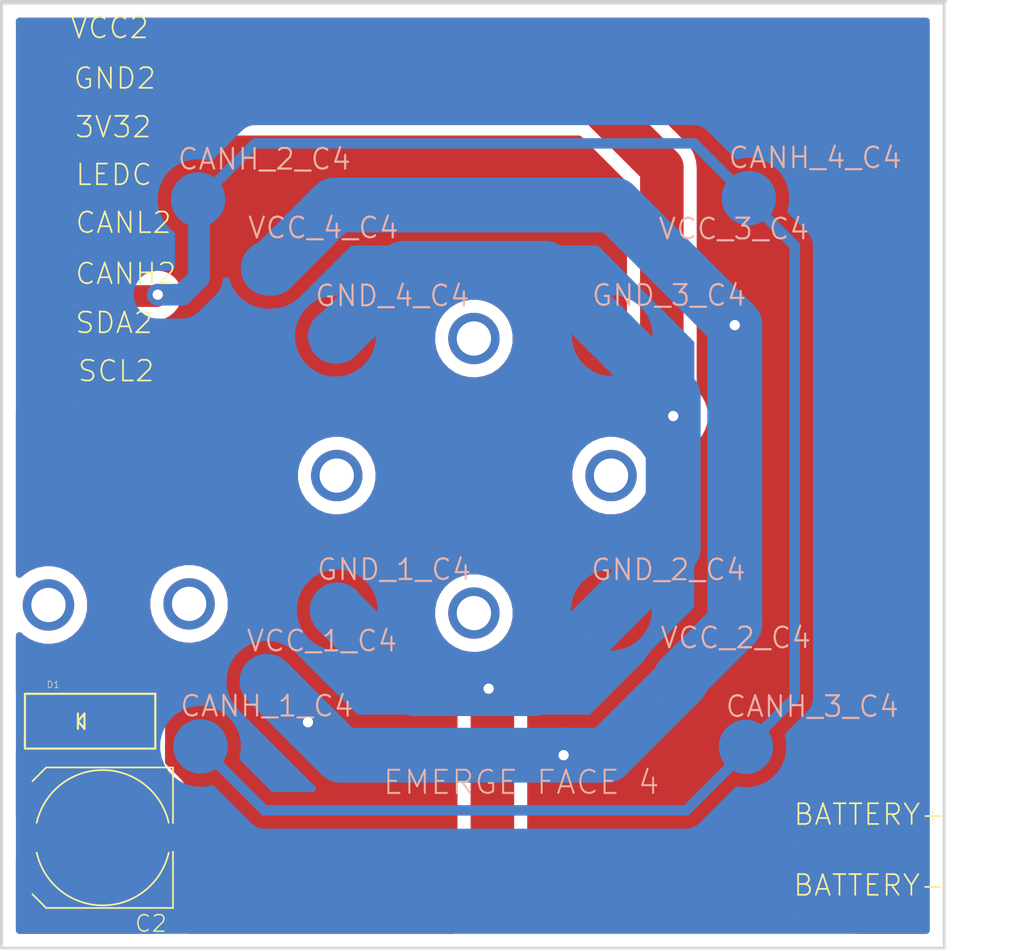
<source format=kicad_pcb>
(kicad_pcb (version 4) (host pcbnew 4.0.6)

  (general
    (links 18)
    (no_connects 0)
    (area 31.315099 76.984899 87.017919 132.514701)
    (thickness 1.6)
    (drawings 11)
    (tracks 95)
    (zones 0)
    (modules 24)
    (nets 4)
  )

  (page A4)
  (layers
    (0 Top signal)
    (31 Bottom signal)
    (32 B.Adhes user)
    (33 F.Adhes user)
    (34 B.Paste user)
    (35 F.Paste user)
    (36 B.SilkS user)
    (37 F.SilkS user)
    (38 B.Mask user)
    (39 F.Mask user)
    (40 Dwgs.User user)
    (41 Cmts.User user)
    (42 Eco1.User user)
    (43 Eco2.User user)
    (44 Edge.Cuts user)
    (45 Margin user)
    (46 B.CrtYd user)
    (47 F.CrtYd user)
    (48 B.Fab user)
    (49 F.Fab user)
  )

  (setup
    (last_trace_width 0.25)
    (trace_clearance 0.2)
    (zone_clearance 0.508)
    (zone_45_only no)
    (trace_min 0.2)
    (segment_width 0.2)
    (edge_width 0.15)
    (via_size 0.6)
    (via_drill 0.4)
    (via_min_size 0.4)
    (via_min_drill 0.3)
    (uvia_size 0.3)
    (uvia_drill 0.1)
    (uvias_allowed no)
    (uvia_min_size 0.2)
    (uvia_min_drill 0.1)
    (pcb_text_width 0.3)
    (pcb_text_size 1.5 1.5)
    (mod_edge_width 0.15)
    (mod_text_size 1 1)
    (mod_text_width 0.15)
    (pad_size 1.524 1.524)
    (pad_drill 0.762)
    (pad_to_mask_clearance 0.2)
    (aux_axis_origin 0 0)
    (visible_elements FFFFFF7F)
    (pcbplotparams
      (layerselection 0x00030_80000001)
      (usegerberextensions false)
      (excludeedgelayer true)
      (linewidth 0.100000)
      (plotframeref false)
      (viasonmask false)
      (mode 1)
      (useauxorigin false)
      (hpglpennumber 1)
      (hpglpenspeed 20)
      (hpglpendiameter 15)
      (hpglpenoverlay 2)
      (psnegative false)
      (psa4output false)
      (plotreference true)
      (plotvalue true)
      (plotinvisibletext false)
      (padsonsilk false)
      (subtractmaskfromsilk false)
      (outputformat 1)
      (mirror false)
      (drillshape 1)
      (scaleselection 1)
      (outputdirectory ""))
  )

  (net 0 "")
  (net 1 GND4)
  (net 2 VCC_C4)
  (net 3 CANH_C4)

  (net_class Default "Esta es la clase de red por defecto."
    (clearance 0.2)
    (trace_width 0.25)
    (via_dia 0.6)
    (via_drill 0.4)
    (uvia_dia 0.3)
    (uvia_drill 0.1)
    (add_net CANH_C4)
    (add_net GND4)
    (add_net VCC_C4)
  )

  (module B2,54 (layer Top) (tedit 0) (tstamp 590FD233)
    (at 71.4013 116.5713)
    (descr "<b>TEST PAD</b>")
    (fp_text reference VCC_2_C4 (at -1.27 -1.651) (layer B.SilkS)
      (effects (font (size 1.2065 1.2065) (thickness 0.127)) (justify left bottom))
    )
    (fp_text value TPB2,54 (at -1.27 1.397) (layer F.SilkS)
      (effects (font (size 0.02413 0.02413) (thickness 0.002032)) (justify left bottom))
    )
    (fp_circle (center 0 0) (end 0.635 0) (layer Cmts.User) (width 0.254))
    (fp_text user >TP_SIGNAL_NAME (at -1.27 3.175) (layer Cmts.User)
      (effects (font (size 0.95 0.95) (thickness 0.08)) (justify left bottom))
    )
    (pad TP smd circle (at 0 0 180) (size 2.54 2.54) (layers Bottom B.Paste B.Mask)
      (net 2 VCC_C4))
    (pad P$1 smd circle (at 0 0 90) (size 3.175 3.175) (layers Bottom B.Paste B.Mask))
  )

  (module B2,54 (layer Top) (tedit 0) (tstamp 590FD23A)
    (at 47.2613 116.7523)
    (descr "<b>TEST PAD</b>")
    (fp_text reference VCC_1_C4 (at -1.27 -1.651) (layer B.SilkS)
      (effects (font (size 1.2065 1.2065) (thickness 0.127)) (justify left bottom))
    )
    (fp_text value TPB2,54 (at -1.27 1.397) (layer F.SilkS)
      (effects (font (size 0.02413 0.02413) (thickness 0.002032)) (justify left bottom))
    )
    (fp_circle (center 0 0) (end 0.635 0) (layer Cmts.User) (width 0.254))
    (fp_text user >TP_SIGNAL_NAME (at -1.27 3.175) (layer Cmts.User)
      (effects (font (size 0.95 0.95) (thickness 0.08)) (justify left bottom))
    )
    (pad TP smd circle (at 0 0 180) (size 2.54 2.54) (layers Bottom B.Paste B.Mask)
      (net 2 VCC_C4))
    (pad P$1 smd circle (at 0 0 90) (size 3.175 3.175) (layers Bottom B.Paste B.Mask))
  )

  (module B2,54 (layer Top) (tedit 0) (tstamp 590FD241)
    (at 71.2903 92.7023)
    (descr "<b>TEST PAD</b>")
    (fp_text reference VCC_3_C4 (at -1.27 -1.651) (layer B.SilkS)
      (effects (font (size 1.2065 1.2065) (thickness 0.127)) (justify left bottom))
    )
    (fp_text value TPB2,54 (at -1.27 1.397) (layer F.SilkS)
      (effects (font (size 0.02413 0.02413) (thickness 0.002032)) (justify left bottom))
    )
    (fp_circle (center 0 0) (end 0.635 0) (layer Cmts.User) (width 0.254))
    (fp_text user >TP_SIGNAL_NAME (at -1.27 3.175) (layer Cmts.User)
      (effects (font (size 0.95 0.95) (thickness 0.08)) (justify left bottom))
    )
    (pad TP smd circle (at 0 0 180) (size 2.54 2.54) (layers Bottom B.Paste B.Mask)
      (net 2 VCC_C4))
    (pad P$1 smd circle (at 0 0 90) (size 3.175 3.175) (layers Bottom B.Paste B.Mask))
  )

  (module B2,54 (layer Top) (tedit 0) (tstamp 590FD248)
    (at 47.3403 92.6423)
    (descr "<b>TEST PAD</b>")
    (fp_text reference VCC_4_C4 (at -1.27 -1.651) (layer B.SilkS)
      (effects (font (size 1.2065 1.2065) (thickness 0.127)) (justify left bottom))
    )
    (fp_text value TPB2,54 (at -1.27 1.397) (layer F.SilkS)
      (effects (font (size 0.02413 0.02413) (thickness 0.002032)) (justify left bottom))
    )
    (fp_circle (center 0 0) (end 0.635 0) (layer Cmts.User) (width 0.254))
    (fp_text user >TP_SIGNAL_NAME (at -1.27 3.175) (layer Cmts.User)
      (effects (font (size 0.95 0.95) (thickness 0.08)) (justify left bottom))
    )
    (pad TP smd circle (at 0 0 180) (size 2.54 2.54) (layers Bottom B.Paste B.Mask)
      (net 2 VCC_C4))
    (pad P$1 smd circle (at 0 0 90) (size 3.175 3.175) (layers Bottom B.Paste B.Mask))
  )

  (module B2,54 (layer Top) (tedit 0) (tstamp 590FD24F)
    (at 67.3563 112.5983)
    (descr "<b>TEST PAD</b>")
    (fp_text reference GND_2_C4 (at -1.27 -1.651) (layer B.SilkS)
      (effects (font (size 1.2065 1.2065) (thickness 0.127)) (justify left bottom))
    )
    (fp_text value TPB2,54 (at -1.27 1.397) (layer F.SilkS)
      (effects (font (size 0.02413 0.02413) (thickness 0.002032)) (justify left bottom))
    )
    (fp_circle (center 0 0) (end 0.635 0) (layer Cmts.User) (width 0.254))
    (fp_text user >TP_SIGNAL_NAME (at -1.27 3.175) (layer Cmts.User)
      (effects (font (size 0.95 0.95) (thickness 0.08)) (justify left bottom))
    )
    (pad TP smd circle (at 0 0 180) (size 2.54 2.54) (layers Bottom B.Paste B.Mask)
      (net 1 GND4))
    (pad P$1 smd circle (at 0 0 90) (size 3.175 3.175) (layers Bottom B.Paste B.Mask))
  )

  (module B2,54 (layer Top) (tedit 0) (tstamp 590FD256)
    (at 51.3643 112.5863)
    (descr "<b>TEST PAD</b>")
    (fp_text reference GND_1_C4 (at -1.27 -1.651) (layer B.SilkS)
      (effects (font (size 1.2065 1.2065) (thickness 0.127)) (justify left bottom))
    )
    (fp_text value TPB2,54 (at -1.27 1.397) (layer F.SilkS)
      (effects (font (size 0.02413 0.02413) (thickness 0.002032)) (justify left bottom))
    )
    (fp_circle (center 0 0) (end 0.635 0) (layer Cmts.User) (width 0.254))
    (fp_text user >TP_SIGNAL_NAME (at -1.27 3.175) (layer Cmts.User)
      (effects (font (size 0.95 0.95) (thickness 0.08)) (justify left bottom))
    )
    (pad TP smd circle (at 0 0 180) (size 2.54 2.54) (layers Bottom B.Paste B.Mask)
      (net 1 GND4))
    (pad P$1 smd circle (at 0 0 90) (size 3.175 3.175) (layers Bottom B.Paste B.Mask))
  )

  (module B2,54 (layer Top) (tedit 0) (tstamp 590FD25D)
    (at 67.4053 96.5813)
    (descr "<b>TEST PAD</b>")
    (fp_text reference GND_3_C4 (at -1.27 -1.651) (layer B.SilkS)
      (effects (font (size 1.2065 1.2065) (thickness 0.127)) (justify left bottom))
    )
    (fp_text value TPB2,54 (at -1.27 1.397) (layer F.SilkS)
      (effects (font (size 0.02413 0.02413) (thickness 0.002032)) (justify left bottom))
    )
    (fp_circle (center 0 0) (end 0.635 0) (layer Cmts.User) (width 0.254))
    (fp_text user >TP_SIGNAL_NAME (at -1.27 3.175) (layer Cmts.User)
      (effects (font (size 0.95 0.95) (thickness 0.08)) (justify left bottom))
    )
    (pad TP smd circle (at 0 0 180) (size 2.54 2.54) (layers Bottom B.Paste B.Mask)
      (net 1 GND4))
    (pad P$1 smd circle (at 0 0 90) (size 3.175 3.175) (layers Bottom B.Paste B.Mask))
  )

  (module B2,54 (layer Top) (tedit 0) (tstamp 590FD264)
    (at 51.2583 96.6073)
    (descr "<b>TEST PAD</b>")
    (fp_text reference GND_4_C4 (at -1.27 -1.651) (layer B.SilkS)
      (effects (font (size 1.2065 1.2065) (thickness 0.127)) (justify left bottom))
    )
    (fp_text value TPB2,54 (at -1.27 1.397) (layer F.SilkS)
      (effects (font (size 0.02413 0.02413) (thickness 0.002032)) (justify left bottom))
    )
    (fp_circle (center 0 0) (end 0.635 0) (layer Cmts.User) (width 0.254))
    (fp_text user >TP_SIGNAL_NAME (at -1.27 3.175) (layer Cmts.User)
      (effects (font (size 0.95 0.95) (thickness 0.08)) (justify left bottom))
    )
    (pad TP smd circle (at 0 0 180) (size 2.54 2.54) (layers Bottom B.Paste B.Mask)
      (net 1 GND4))
    (pad P$1 smd circle (at 0 0 90) (size 3.175 3.175) (layers Bottom B.Paste B.Mask))
  )

  (module B2,54 (layer Top) (tedit 0) (tstamp 590FD26B)
    (at 43.2413 88.6303)
    (descr "<b>TEST PAD</b>")
    (fp_text reference CANH_2_C4 (at -1.27 -1.651) (layer B.SilkS)
      (effects (font (size 1.2065 1.2065) (thickness 0.127)) (justify left bottom))
    )
    (fp_text value TPB2,54 (at -1.27 1.397) (layer F.SilkS)
      (effects (font (size 0.02413 0.02413) (thickness 0.002032)) (justify left bottom))
    )
    (fp_circle (center 0 0) (end 0.635 0) (layer Cmts.User) (width 0.254))
    (fp_text user >TP_SIGNAL_NAME (at -1.27 3.175) (layer Cmts.User)
      (effects (font (size 0.95 0.95) (thickness 0.08)) (justify left bottom))
    )
    (pad TP smd circle (at 0 0 180) (size 2.54 2.54) (layers Bottom B.Paste B.Mask)
      (net 3 CANH_C4))
    (pad P$1 smd circle (at 0 0 90) (size 3.175 3.175) (layers Bottom B.Paste B.Mask))
  )

  (module B2,54 (layer Top) (tedit 0) (tstamp 590FD272)
    (at 43.3863 120.5533)
    (descr "<b>TEST PAD</b>")
    (fp_text reference CANH_1_C4 (at -1.27 -1.651) (layer B.SilkS)
      (effects (font (size 1.2065 1.2065) (thickness 0.127)) (justify left bottom))
    )
    (fp_text value TPB2,54 (at -1.27 1.397) (layer F.SilkS)
      (effects (font (size 0.02413 0.02413) (thickness 0.002032)) (justify left bottom))
    )
    (fp_circle (center 0 0) (end 0.635 0) (layer Cmts.User) (width 0.254))
    (fp_text user >TP_SIGNAL_NAME (at -1.27 3.175) (layer Cmts.User)
      (effects (font (size 0.95 0.95) (thickness 0.08)) (justify left bottom))
    )
    (pad TP smd circle (at 0 0 180) (size 2.54 2.54) (layers Bottom B.Paste B.Mask)
      (net 3 CANH_C4))
    (pad P$1 smd circle (at 0 0 90) (size 3.175 3.175) (layers Bottom B.Paste B.Mask))
  )

  (module B2,54 (layer Top) (tedit 0) (tstamp 590FD279)
    (at 75.2053 120.5803)
    (descr "<b>TEST PAD</b>")
    (fp_text reference CANH_3_C4 (at -1.27 -1.651) (layer B.SilkS)
      (effects (font (size 1.2065 1.2065) (thickness 0.127)) (justify left bottom))
    )
    (fp_text value TPB2,54 (at -1.27 1.397) (layer F.SilkS)
      (effects (font (size 0.02413 0.02413) (thickness 0.002032)) (justify left bottom))
    )
    (fp_circle (center 0 0) (end 0.635 0) (layer Cmts.User) (width 0.254))
    (fp_text user >TP_SIGNAL_NAME (at -1.27 3.175) (layer Cmts.User)
      (effects (font (size 0.95 0.95) (thickness 0.08)) (justify left bottom))
    )
    (pad TP smd circle (at 0 0 180) (size 2.54 2.54) (layers Bottom B.Paste B.Mask)
      (net 3 CANH_C4))
    (pad P$1 smd circle (at 0 0 90) (size 3.175 3.175) (layers Bottom B.Paste B.Mask))
  )

  (module B2,54 (layer Top) (tedit 0) (tstamp 590FD280)
    (at 75.3703 88.5483)
    (descr "<b>TEST PAD</b>")
    (fp_text reference CANH_4_C4 (at -1.27 -1.651) (layer B.SilkS)
      (effects (font (size 1.2065 1.2065) (thickness 0.127)) (justify left bottom))
    )
    (fp_text value TPB2,54 (at -1.27 1.397) (layer F.SilkS)
      (effects (font (size 0.02413 0.02413) (thickness 0.002032)) (justify left bottom))
    )
    (fp_circle (center 0 0) (end 0.635 0) (layer Cmts.User) (width 0.254))
    (fp_text user >TP_SIGNAL_NAME (at -1.27 3.175) (layer Cmts.User)
      (effects (font (size 0.95 0.95) (thickness 0.08)) (justify left bottom))
    )
    (pad TP smd circle (at 0 0 180) (size 2.54 2.54) (layers Bottom B.Paste B.Mask)
      (net 3 CANH_C4))
    (pad P$1 smd circle (at 0 0 90) (size 3.175 3.175) (layers Bottom B.Paste B.Mask))
  )

  (module TP11R (layer Top) (tedit 0) (tstamp 590FD40F)
    (at 78.4627 125.8329)
    (descr "<b>TEST PAD</b>")
    (fp_text reference BATTERY+ (at -0.5499 -0.5999) (layer F.SilkS)
      (effects (font (size 1.2065 1.2065) (thickness 0.1016)) (justify left bottom))
    )
    (fp_text value PTR1TP11R (at -0.508 0.508) (layer F.SilkS)
      (effects (font (size 0.02413 0.02413) (thickness 0.002032)) (justify left bottom))
    )
    (fp_text user >TP_SIGNAL_NAME (at 0 1.905) (layer Cmts.User)
      (effects (font (size 0.95 0.95) (thickness 0.08)) (justify left bottom))
    )
    (pad TP smd circle (at 0 0) (size 1.1 1.1) (layers Top F.Paste F.Mask)
      (net 2 VCC_C4))
    (pad P$1 smd rect (at 0.381 0 90) (size 1.27 0.635) (layers Top F.Paste F.Mask))
    (pad P$2 smd rect (at 1.016 0 90) (size 1.27 0.635) (layers Top F.Paste F.Mask))
    (pad P$3 smd rect (at -0.254 0 90) (size 1.27 0.635) (layers Top F.Paste F.Mask))
    (pad P$4 smd rect (at -0.889 0 90) (size 1.27 0.635) (layers Top F.Paste F.Mask))
    (pad P$5 smd rect (at -1.524 0 90) (size 1.27 0.635) (layers Top F.Paste F.Mask))
    (pad P$6 smd rect (at 1.6129 0 90) (size 1.27 0.635) (layers Top F.Paste F.Mask))
    (pad P$7 smd rect (at 2.2098 0 90) (size 1.27 0.635) (layers Top F.Paste F.Mask))
    (pad P$8 smd rect (at -2.1463 0 90) (size 1.27 0.635) (layers Top F.Paste F.Mask))
    (pad P$9 smd rect (at -2.7686 0 90) (size 1.27 0.635) (layers Top F.Paste F.Mask))
  )

  (module TP11R (layer Top) (tedit 0) (tstamp 590FD41D)
    (at 78.4445 129.9669)
    (descr "<b>TEST PAD</b>")
    (fp_text reference BATTERY- (at -0.5499 -0.5999) (layer F.SilkS)
      (effects (font (size 1.2065 1.2065) (thickness 0.1016)) (justify left bottom))
    )
    (fp_text value PTR1TP11R (at -0.508 0.508) (layer F.SilkS)
      (effects (font (size 0.02413 0.02413) (thickness 0.002032)) (justify left bottom))
    )
    (fp_text user >TP_SIGNAL_NAME (at 0 1.905) (layer Cmts.User)
      (effects (font (size 0.95 0.95) (thickness 0.08)) (justify left bottom))
    )
    (pad TP smd circle (at 0 0) (size 1.1 1.1) (layers Top F.Paste F.Mask)
      (net 1 GND4))
    (pad P$1 smd rect (at 0.381 0 90) (size 1.27 0.635) (layers Top F.Paste F.Mask))
    (pad P$2 smd rect (at 1.016 0 90) (size 1.27 0.635) (layers Top F.Paste F.Mask))
    (pad P$3 smd rect (at -0.254 0 90) (size 1.27 0.635) (layers Top F.Paste F.Mask))
    (pad P$4 smd rect (at -0.889 0 90) (size 1.27 0.635) (layers Top F.Paste F.Mask))
    (pad P$5 smd rect (at -1.524 0 90) (size 1.27 0.635) (layers Top F.Paste F.Mask))
    (pad P$6 smd rect (at 1.6129 0 90) (size 1.27 0.635) (layers Top F.Paste F.Mask))
    (pad P$7 smd rect (at 2.2098 0 90) (size 1.27 0.635) (layers Top F.Paste F.Mask))
    (pad P$8 smd rect (at -2.1463 0 90) (size 1.27 0.635) (layers Top F.Paste F.Mask))
    (pad P$9 smd rect (at -2.7686 0 90) (size 1.27 0.635) (layers Top F.Paste F.Mask))
  )

  (module TP11R (layer Top) (tedit 0) (tstamp 590FD49B)
    (at 36.2671 79.9189)
    (descr "<b>TEST PAD</b>")
    (fp_text reference VCC2 (at -0.5499 -0.5999) (layer F.SilkS)
      (effects (font (size 1.2065 1.2065) (thickness 0.1016)) (justify left bottom))
    )
    (fp_text value PTR1TP11R (at -0.508 0.508) (layer F.SilkS)
      (effects (font (size 0.02413 0.02413) (thickness 0.002032)) (justify left bottom))
    )
    (fp_text user >TP_SIGNAL_NAME (at 0 1.905) (layer Cmts.User)
      (effects (font (size 0.95 0.95) (thickness 0.08)) (justify left bottom))
    )
    (pad TP smd circle (at 0 0) (size 1.1 1.1) (layers Top F.Paste F.Mask)
      (net 2 VCC_C4))
    (pad P$1 smd rect (at 0.381 0 90) (size 1.27 0.635) (layers Top F.Paste F.Mask))
    (pad P$2 smd rect (at 1.016 0 90) (size 1.27 0.635) (layers Top F.Paste F.Mask))
    (pad P$3 smd rect (at -0.254 0 90) (size 1.27 0.635) (layers Top F.Paste F.Mask))
    (pad P$4 smd rect (at -0.889 0 90) (size 1.27 0.635) (layers Top F.Paste F.Mask))
    (pad P$5 smd rect (at -1.524 0 90) (size 1.27 0.635) (layers Top F.Paste F.Mask))
    (pad P$6 smd rect (at 1.6129 0 90) (size 1.27 0.635) (layers Top F.Paste F.Mask))
    (pad P$7 smd rect (at 2.2098 0 90) (size 1.27 0.635) (layers Top F.Paste F.Mask))
    (pad P$8 smd rect (at -2.1463 0 90) (size 1.27 0.635) (layers Top F.Paste F.Mask))
    (pad P$9 smd rect (at -2.7686 0 90) (size 1.27 0.635) (layers Top F.Paste F.Mask))
  )

  (module TP11R (layer Top) (tedit 0) (tstamp 590FD4A9)
    (at 36.4531 82.8639)
    (descr "<b>TEST PAD</b>")
    (fp_text reference GND2 (at -0.5499 -0.5999) (layer F.SilkS)
      (effects (font (size 1.2065 1.2065) (thickness 0.1016)) (justify left bottom))
    )
    (fp_text value PTR1TP11R (at -0.508 0.508) (layer F.SilkS)
      (effects (font (size 0.02413 0.02413) (thickness 0.002032)) (justify left bottom))
    )
    (fp_text user >TP_SIGNAL_NAME (at 0 1.905) (layer Cmts.User)
      (effects (font (size 0.95 0.95) (thickness 0.08)) (justify left bottom))
    )
    (pad TP smd circle (at 0 0) (size 1.1 1.1) (layers Top F.Paste F.Mask)
      (net 1 GND4))
    (pad P$1 smd rect (at 0.381 0 90) (size 1.27 0.635) (layers Top F.Paste F.Mask))
    (pad P$2 smd rect (at 1.016 0 90) (size 1.27 0.635) (layers Top F.Paste F.Mask))
    (pad P$3 smd rect (at -0.254 0 90) (size 1.27 0.635) (layers Top F.Paste F.Mask))
    (pad P$4 smd rect (at -0.889 0 90) (size 1.27 0.635) (layers Top F.Paste F.Mask))
    (pad P$5 smd rect (at -1.524 0 90) (size 1.27 0.635) (layers Top F.Paste F.Mask))
    (pad P$6 smd rect (at 1.6129 0 90) (size 1.27 0.635) (layers Top F.Paste F.Mask))
    (pad P$7 smd rect (at 2.2098 0 90) (size 1.27 0.635) (layers Top F.Paste F.Mask))
    (pad P$8 smd rect (at -2.1463 0 90) (size 1.27 0.635) (layers Top F.Paste F.Mask))
    (pad P$9 smd rect (at -2.7686 0 90) (size 1.27 0.635) (layers Top F.Paste F.Mask))
  )

  (module TP11R (layer Top) (tedit 0) (tstamp 590FD4B7)
    (at 36.5651 91.2889)
    (descr "<b>TEST PAD</b>")
    (fp_text reference CANL2 (at -0.5499 -0.5999) (layer F.SilkS)
      (effects (font (size 1.2065 1.2065) (thickness 0.1016)) (justify left bottom))
    )
    (fp_text value PTR1TP11R (at -0.508 0.508) (layer F.SilkS)
      (effects (font (size 0.02413 0.02413) (thickness 0.002032)) (justify left bottom))
    )
    (fp_text user >TP_SIGNAL_NAME (at 0 1.905) (layer Cmts.User)
      (effects (font (size 0.95 0.95) (thickness 0.08)) (justify left bottom))
    )
    (pad TP smd circle (at 0 0) (size 1.1 1.1) (layers Top F.Paste F.Mask))
    (pad P$1 smd rect (at 0.381 0 90) (size 1.27 0.635) (layers Top F.Paste F.Mask))
    (pad P$2 smd rect (at 1.016 0 90) (size 1.27 0.635) (layers Top F.Paste F.Mask))
    (pad P$3 smd rect (at -0.254 0 90) (size 1.27 0.635) (layers Top F.Paste F.Mask))
    (pad P$4 smd rect (at -0.889 0 90) (size 1.27 0.635) (layers Top F.Paste F.Mask))
    (pad P$5 smd rect (at -1.524 0 90) (size 1.27 0.635) (layers Top F.Paste F.Mask))
    (pad P$6 smd rect (at 1.6129 0 90) (size 1.27 0.635) (layers Top F.Paste F.Mask))
    (pad P$7 smd rect (at 2.2098 0 90) (size 1.27 0.635) (layers Top F.Paste F.Mask))
    (pad P$8 smd rect (at -2.1463 0 90) (size 1.27 0.635) (layers Top F.Paste F.Mask))
    (pad P$9 smd rect (at -2.7686 0 90) (size 1.27 0.635) (layers Top F.Paste F.Mask))
  )

  (module TP11R (layer Top) (tedit 0) (tstamp 590FD4C5)
    (at 36.5541 94.2669)
    (descr "<b>TEST PAD</b>")
    (fp_text reference CANH2 (at -0.5499 -0.5999) (layer F.SilkS)
      (effects (font (size 1.2065 1.2065) (thickness 0.1016)) (justify left bottom))
    )
    (fp_text value PTR1TP11R (at -0.508 0.508) (layer F.SilkS)
      (effects (font (size 0.02413 0.02413) (thickness 0.002032)) (justify left bottom))
    )
    (fp_text user >TP_SIGNAL_NAME (at 0 1.905) (layer Cmts.User)
      (effects (font (size 0.95 0.95) (thickness 0.08)) (justify left bottom))
    )
    (pad TP smd circle (at 0 0) (size 1.1 1.1) (layers Top F.Paste F.Mask)
      (net 3 CANH_C4))
    (pad P$1 smd rect (at 0.381 0 90) (size 1.27 0.635) (layers Top F.Paste F.Mask))
    (pad P$2 smd rect (at 1.016 0 90) (size 1.27 0.635) (layers Top F.Paste F.Mask))
    (pad P$3 smd rect (at -0.254 0 90) (size 1.27 0.635) (layers Top F.Paste F.Mask))
    (pad P$4 smd rect (at -0.889 0 90) (size 1.27 0.635) (layers Top F.Paste F.Mask))
    (pad P$5 smd rect (at -1.524 0 90) (size 1.27 0.635) (layers Top F.Paste F.Mask))
    (pad P$6 smd rect (at 1.6129 0 90) (size 1.27 0.635) (layers Top F.Paste F.Mask))
    (pad P$7 smd rect (at 2.2098 0 90) (size 1.27 0.635) (layers Top F.Paste F.Mask))
    (pad P$8 smd rect (at -2.1463 0 90) (size 1.27 0.635) (layers Top F.Paste F.Mask))
    (pad P$9 smd rect (at -2.7686 0 90) (size 1.27 0.635) (layers Top F.Paste F.Mask))
  )

  (module TP11R (layer Top) (tedit 0) (tstamp 590FD4D3)
    (at 36.5321 85.7069)
    (descr "<b>TEST PAD</b>")
    (fp_text reference 3V32 (at -0.5499 -0.5999) (layer F.SilkS)
      (effects (font (size 1.2065 1.2065) (thickness 0.1016)) (justify left bottom))
    )
    (fp_text value PTR1TP11R (at -0.508 0.508) (layer F.SilkS)
      (effects (font (size 0.02413 0.02413) (thickness 0.002032)) (justify left bottom))
    )
    (fp_text user >TP_SIGNAL_NAME (at 0 1.905) (layer Cmts.User)
      (effects (font (size 0.95 0.95) (thickness 0.08)) (justify left bottom))
    )
    (pad TP smd circle (at 0 0) (size 1.1 1.1) (layers Top F.Paste F.Mask))
    (pad P$1 smd rect (at 0.381 0 90) (size 1.27 0.635) (layers Top F.Paste F.Mask))
    (pad P$2 smd rect (at 1.016 0 90) (size 1.27 0.635) (layers Top F.Paste F.Mask))
    (pad P$3 smd rect (at -0.254 0 90) (size 1.27 0.635) (layers Top F.Paste F.Mask))
    (pad P$4 smd rect (at -0.889 0 90) (size 1.27 0.635) (layers Top F.Paste F.Mask))
    (pad P$5 smd rect (at -1.524 0 90) (size 1.27 0.635) (layers Top F.Paste F.Mask))
    (pad P$6 smd rect (at 1.6129 0 90) (size 1.27 0.635) (layers Top F.Paste F.Mask))
    (pad P$7 smd rect (at 2.2098 0 90) (size 1.27 0.635) (layers Top F.Paste F.Mask))
    (pad P$8 smd rect (at -2.1463 0 90) (size 1.27 0.635) (layers Top F.Paste F.Mask))
    (pad P$9 smd rect (at -2.7686 0 90) (size 1.27 0.635) (layers Top F.Paste F.Mask))
  )

  (module TP11R (layer Top) (tedit 0) (tstamp 590FD4E1)
    (at 36.7041 99.9469)
    (descr "<b>TEST PAD</b>")
    (fp_text reference SCL2 (at -0.5499 -0.5999) (layer F.SilkS)
      (effects (font (size 1.2065 1.2065) (thickness 0.1016)) (justify left bottom))
    )
    (fp_text value PTR1TP11R (at -0.508 0.508) (layer F.SilkS)
      (effects (font (size 0.02413 0.02413) (thickness 0.002032)) (justify left bottom))
    )
    (fp_text user >TP_SIGNAL_NAME (at 0 1.905) (layer Cmts.User)
      (effects (font (size 0.95 0.95) (thickness 0.08)) (justify left bottom))
    )
    (pad TP smd circle (at 0 0) (size 1.1 1.1) (layers Top F.Paste F.Mask))
    (pad P$1 smd rect (at 0.381 0 90) (size 1.27 0.635) (layers Top F.Paste F.Mask))
    (pad P$2 smd rect (at 1.016 0 90) (size 1.27 0.635) (layers Top F.Paste F.Mask))
    (pad P$3 smd rect (at -0.254 0 90) (size 1.27 0.635) (layers Top F.Paste F.Mask))
    (pad P$4 smd rect (at -0.889 0 90) (size 1.27 0.635) (layers Top F.Paste F.Mask))
    (pad P$5 smd rect (at -1.524 0 90) (size 1.27 0.635) (layers Top F.Paste F.Mask))
    (pad P$6 smd rect (at 1.6129 0 90) (size 1.27 0.635) (layers Top F.Paste F.Mask))
    (pad P$7 smd rect (at 2.2098 0 90) (size 1.27 0.635) (layers Top F.Paste F.Mask))
    (pad P$8 smd rect (at -2.1463 0 90) (size 1.27 0.635) (layers Top F.Paste F.Mask))
    (pad P$9 smd rect (at -2.7686 0 90) (size 1.27 0.635) (layers Top F.Paste F.Mask))
  )

  (module TP11R (layer Top) (tedit 0) (tstamp 590FD4EF)
    (at 36.5551 97.1309)
    (descr "<b>TEST PAD</b>")
    (fp_text reference SDA2 (at -0.5499 -0.5999) (layer F.SilkS)
      (effects (font (size 1.2065 1.2065) (thickness 0.1016)) (justify left bottom))
    )
    (fp_text value PTR1TP11R (at -0.508 0.508) (layer F.SilkS)
      (effects (font (size 0.02413 0.02413) (thickness 0.002032)) (justify left bottom))
    )
    (fp_text user >TP_SIGNAL_NAME (at 0 1.905) (layer Cmts.User)
      (effects (font (size 0.95 0.95) (thickness 0.08)) (justify left bottom))
    )
    (pad TP smd circle (at 0 0) (size 1.1 1.1) (layers Top F.Paste F.Mask))
    (pad P$1 smd rect (at 0.381 0 90) (size 1.27 0.635) (layers Top F.Paste F.Mask))
    (pad P$2 smd rect (at 1.016 0 90) (size 1.27 0.635) (layers Top F.Paste F.Mask))
    (pad P$3 smd rect (at -0.254 0 90) (size 1.27 0.635) (layers Top F.Paste F.Mask))
    (pad P$4 smd rect (at -0.889 0 90) (size 1.27 0.635) (layers Top F.Paste F.Mask))
    (pad P$5 smd rect (at -1.524 0 90) (size 1.27 0.635) (layers Top F.Paste F.Mask))
    (pad P$6 smd rect (at 1.6129 0 90) (size 1.27 0.635) (layers Top F.Paste F.Mask))
    (pad P$7 smd rect (at 2.2098 0 90) (size 1.27 0.635) (layers Top F.Paste F.Mask))
    (pad P$8 smd rect (at -2.1463 0 90) (size 1.27 0.635) (layers Top F.Paste F.Mask))
    (pad P$9 smd rect (at -2.7686 0 90) (size 1.27 0.635) (layers Top F.Paste F.Mask))
  )

  (module TP11R (layer Top) (tedit 0) (tstamp 590FD4FD)
    (at 36.5691 88.4919)
    (descr "<b>TEST PAD</b>")
    (fp_text reference LEDC (at -0.5499 -0.5999) (layer F.SilkS)
      (effects (font (size 1.2065 1.2065) (thickness 0.1016)) (justify left bottom))
    )
    (fp_text value PTR1TP11R (at -0.508 0.508) (layer F.SilkS)
      (effects (font (size 0.02413 0.02413) (thickness 0.002032)) (justify left bottom))
    )
    (fp_text user >TP_SIGNAL_NAME (at 0 1.905) (layer Cmts.User)
      (effects (font (size 0.95 0.95) (thickness 0.08)) (justify left bottom))
    )
    (pad TP smd circle (at 0 0) (size 1.1 1.1) (layers Top F.Paste F.Mask))
    (pad P$1 smd rect (at 0.381 0 90) (size 1.27 0.635) (layers Top F.Paste F.Mask))
    (pad P$2 smd rect (at 1.016 0 90) (size 1.27 0.635) (layers Top F.Paste F.Mask))
    (pad P$3 smd rect (at -0.254 0 90) (size 1.27 0.635) (layers Top F.Paste F.Mask))
    (pad P$4 smd rect (at -0.889 0 90) (size 1.27 0.635) (layers Top F.Paste F.Mask))
    (pad P$5 smd rect (at -1.524 0 90) (size 1.27 0.635) (layers Top F.Paste F.Mask))
    (pad P$6 smd rect (at 1.6129 0 90) (size 1.27 0.635) (layers Top F.Paste F.Mask))
    (pad P$7 smd rect (at 2.2098 0 90) (size 1.27 0.635) (layers Top F.Paste F.Mask))
    (pad P$8 smd rect (at -2.1463 0 90) (size 1.27 0.635) (layers Top F.Paste F.Mask))
    (pad P$9 smd rect (at -2.7686 0 90) (size 1.27 0.635) (layers Top F.Paste F.Mask))
  )

  (module UD-8X10_NICHICON (layer Top) (tedit 0) (tstamp 590FD50B)
    (at 37.6781 125.8829 180)
    (descr "<b>ALUMINUM ELECTROLYTIC CAPACITORS</b> UD Series 8 x 10 mm<p>\nSource: http://products.nichicon.co.jp/en/pdf/XJA043/e-ud.pdf")
    (fp_text reference C2 (at -3.81 -4.445 180) (layer F.SilkS)
      (effects (font (size 0.9652 0.9652) (thickness 0.08128)) (justify right top))
    )
    (fp_text value "" (at -3.81 5.715 180) (layer F.SilkS)
      (effects (font (size 0.9652 0.9652) (thickness 0.08128)) (justify right top))
    )
    (fp_line (start -4.1 -4.1) (end 3.3 -4.1) (layer Dwgs.User) (width 0.1016))
    (fp_line (start 3.3 -4.1) (end 4.1 -3.3) (layer Dwgs.User) (width 0.1016))
    (fp_line (start 4.1 -3.3) (end 4.1 3.3) (layer Dwgs.User) (width 0.1016))
    (fp_line (start 4.1 3.3) (end 3.3 4.1) (layer Dwgs.User) (width 0.1016))
    (fp_line (start 3.3 4.1) (end -4.1 4.1) (layer Dwgs.User) (width 0.1016))
    (fp_line (start -4.1 4.1) (end -4.1 -4.1) (layer Dwgs.User) (width 0.1016))
    (fp_arc (start 0 -0.002399) (end -3.85 -0.875) (angle 154.459402) (layer F.SilkS) (width 0.1016))
    (fp_line (start -4.1 -0.825) (end -4.1 -4.1) (layer F.SilkS) (width 0.1016))
    (fp_line (start -4.1 -4.1) (end 3.3 -4.1) (layer F.SilkS) (width 0.1016))
    (fp_line (start 3.3 -4.1) (end 4.1 -3.3) (layer F.SilkS) (width 0.1016))
    (fp_line (start 4.1 3.3) (end 3.3 4.1) (layer F.SilkS) (width 0.1016))
    (fp_line (start 3.3 4.1) (end -4.1 4.1) (layer F.SilkS) (width 0.1016))
    (fp_line (start -4.1 4.1) (end -4.1 0.85) (layer F.SilkS) (width 0.1016))
    (fp_arc (start 0 0.002399) (end 3.85 0.875) (angle 154.459402) (layer F.SilkS) (width 0.1016))
    (fp_circle (center 0 0) (end 3.95 0) (layer Dwgs.User) (width 0.1016))
    (fp_poly (pts (xy -3.05 -2.475) (xy -3.05 2.475)) (layer Dwgs.User) (width 0))
    (pad - smd rect (at -3.125 0 180) (size 3.3 1.3) (layers Top F.Paste F.Mask)
      (net 1 GND4))
    (pad + smd rect (at 3.125 0 180) (size 3.3 1.3) (layers Top F.Paste F.Mask)
      (net 2 VCC_C4))
  )

  (module SMADIODE (layer Top) (tedit 0) (tstamp 590FD520)
    (at 36.9321 119.0819)
    (descr "<b>SMA Surface Mount Diode</b>")
    (fp_text reference D1 (at -2.54 -1.905) (layer F.SilkS)
      (effects (font (size 0.38608 0.38608) (thickness 0.032512)) (justify left bottom))
    )
    (fp_text value "" (at -2.54 2.286) (layer F.SilkS)
      (effects (font (size 0.38608 0.38608) (thickness 0.032512)) (justify left bottom))
    )
    (fp_line (start -2.15 -1.3) (end 2.15 -1.3) (layer Dwgs.User) (width 0.2032))
    (fp_line (start 2.15 -1.3) (end 2.15 1.3) (layer Dwgs.User) (width 0.2032))
    (fp_line (start 2.15 1.3) (end -2.15 1.3) (layer Dwgs.User) (width 0.2032))
    (fp_line (start -2.15 1.3) (end -2.15 -1.3) (layer Dwgs.User) (width 0.2032))
    (fp_line (start -3.789 1.394) (end -3.789 1.146) (layer F.SilkS) (width 0.127))
    (fp_line (start -3.789 1.146) (end -3.789 -1.6) (layer F.SilkS) (width 0.127))
    (fp_line (start -3.789 -1.6) (end 3.816 -1.6) (layer F.SilkS) (width 0.127))
    (fp_line (start 3.816 -1.6) (end 3.816 -1.394) (layer F.SilkS) (width 0.127))
    (fp_line (start 3.816 -1.394) (end 3.816 -1.3365) (layer F.SilkS) (width 0.127))
    (fp_line (start 3.816 -1.394) (end 3.816 1.6) (layer F.SilkS) (width 0.127))
    (fp_line (start 3.816 1.6) (end -3.789 1.6) (layer F.SilkS) (width 0.127))
    (fp_line (start -3.789 1.6) (end -3.789 1.146) (layer F.SilkS) (width 0.127))
    (fp_line (start -0.3175 0.4445) (end -0.3175 -0.4445) (layer F.SilkS) (width 0.127))
    (fp_line (start -0.3175 -0.4445) (end -0.6985 0) (layer F.SilkS) (width 0.127))
    (fp_line (start -0.6985 0) (end -0.3175 0.4445) (layer F.SilkS) (width 0.127))
    (fp_line (start -0.6985 0.4445) (end -0.6985 -0.4445) (layer F.SilkS) (width 0.127))
    (fp_poly (pts (xy -2.825 1.1) (xy -2.175 1.1) (xy -2.175 -1.1) (xy -2.825 -1.1)) (layer Dwgs.User) (width 0))
    (fp_poly (pts (xy 2.175 1.1) (xy 2.825 1.1) (xy 2.825 -1.1) (xy 2.175 -1.1)) (layer Dwgs.User) (width 0))
    (fp_poly (pts (xy -1.75 1.225) (xy -1.075 1.225) (xy -1.075 -1.225) (xy -1.75 -1.225)) (layer Dwgs.User) (width 0))
    (pad C smd rect (at -2.3495 0) (size 2.54 2.54) (layers Top F.Paste F.Mask)
      (net 2 VCC_C4))
    (pad A smd rect (at 2.3495 0 180) (size 2.54 2.54) (layers Top F.Paste F.Mask)
      (net 1 GND4))
  )

  (gr_text "EMERGE FACE 4" (at 53.9499 123.4393) (layer B.SilkS) (tstamp 7B01E10)
    (effects (font (size 1.35128 1.35128) (thickness 0.113792)) (justify left bottom))
  )
  (gr_line (start 31.7781 132.3289) (end 86.7781 132.3289) (layer Edge.Cuts) (width 0.15) (tstamp 7B01A10))
  (gr_line (start 31.7781 132.3289) (end 31.7781 77.3289) (layer Edge.Cuts) (width 0.15) (tstamp 7B00A10))
  (gr_line (start 86.7781 132.3289) (end 86.7781 77.3289) (layer Edge.Cuts) (width 0.15) (tstamp 7B03590))
  (gr_line (start 31.7621 77.1829) (end 86.7621 77.1829) (layer Edge.Cuts) (width 0.15) (tstamp 7B02590))
  (gr_line (start 86.7641 132.0969) (end 86.7641 77.0969) (layer Edge.Cuts) (width 0.15) (tstamp 7B05C10))
  (gr_line (start 31.7641 132.0969) (end 31.7641 77.0969) (layer Edge.Cuts) (width 0.15) (tstamp 7B04D10))
  (gr_line (start 31.8801 77.0599) (end 86.8801 77.0599) (layer Edge.Cuts) (width 0.15) (tstamp 7B0CC10))
  (gr_line (start 86.7711 77.0599) (end 31.7711 77.0599) (layer Edge.Cuts) (width 0.15) (tstamp 7B0CD10))
  (gr_line (start 86.7711 132.0599) (end 86.7711 77.0599) (layer Edge.Cuts) (width 0.15) (tstamp 7B0C810))
  (gr_line (start 31.7711 132.0599) (end 31.7711 77.0599) (layer Edge.Cuts) (width 0.15) (tstamp 7B10110))

  (via (at 51.3337 104.7449) (size 3) (drill 2) (layers Top Bottom) (net 0) (tstamp 7D15D10))
  (via (at 59.3347 96.7439) (size 3) (drill 2) (layers Top Bottom) (net 0) (tstamp 7D15F90))
  (via (at 67.3357 104.7449) (size 3) (drill 2) (layers Top Bottom) (net 0) (tstamp 7D17610))
  (via (at 59.3347 112.7713) (size 3) (drill 2) (layers Top Bottom) (net 0) (tstamp 7D17290))
  (via (at 34.5151 112.2989) (size 3) (drill 2) (layers Top Bottom) (net 0) (tstamp 7D18410))
  (via (at 42.7191 112.2329) (size 3) (drill 2) (layers Top Bottom) (net 0) (tstamp 7D19390))
  (segment (start 40.8031 125.8829) (end 40.8031 123.9079) (width 2.54) (layer Top) (net 1) (tstamp 7C86A80))
  (segment (start 40.8031 123.9079) (end 39.1941 122.2989) (width 2.54) (layer Top) (net 1) (tstamp 7C87580))
  (segment (start 39.1941 122.2989) (end 39.1941 119.1694) (width 2.54) (layer Top) (net 1) (tstamp 7C88000))
  (segment (start 39.1941 119.1694) (end 39.2816 119.0819) (width 2.54) (layer Top) (net 1) (tstamp 7C89D80))
  (segment (start 51.3643 112.5863) (end 51.3643 112.6131) (width 3.2) (layer Bottom) (net 1) (tstamp 7C88A80))
  (segment (start 51.3643 112.6131) (end 54.7981 116.0469) (width 3.2) (layer Bottom) (net 1) (tstamp 7C88B00))
  (segment (start 54.7981 116.0469) (end 54.7981 116.0489) (width 3.2) (layer Bottom) (net 1) (tstamp 7C89B00))
  (segment (start 54.7981 116.0489) (end 55.9321 117.1829) (width 3.2) (layer Bottom) (net 1) (tstamp 7C8C100))
  (segment (start 55.9321 117.1829) (end 60.1931 117.1829) (width 3.2) (layer Bottom) (net 1) (tstamp 7C8BC80))
  (segment (start 60.1931 117.1829) (end 62.7717 117.1829) (width 3.2) (layer Bottom) (net 1) (tstamp 7C8AD00))
  (segment (start 62.7717 117.1829) (end 67.3563 112.5983) (width 3.2) (layer Bottom) (net 1) (tstamp 7C8A280))
  (segment (start 67.4053 96.5813) (end 67.4105 96.5813) (width 3.2) (layer Bottom) (net 1) (tstamp 7C8CD80))
  (segment (start 67.4105 96.5813) (end 70.9621 100.1329) (width 3.2) (layer Bottom) (net 1) (tstamp 7C8C800))
  (segment (start 70.9621 100.1329) (end 70.9621 101.2689) (width 3.2) (layer Bottom) (net 1) (tstamp 7C8D900))
  (segment (start 70.9621 101.2689) (end 70.9621 108.9925) (width 3.2) (layer Bottom) (net 1) (tstamp 7C8DF80))
  (segment (start 70.9621 108.9925) (end 67.3563 112.5983) (width 3.2) (layer Bottom) (net 1) (tstamp 7C8F000))
  (segment (start 51.2583 96.6073) (end 51.3147 96.6073) (width 3.2) (layer Bottom) (net 1) (tstamp 7C8E680))
  (segment (start 51.3147 96.6073) (end 54.5151 93.4069) (width 3.2) (layer Bottom) (net 1) (tstamp 7C8FE80))
  (segment (start 54.5151 93.4069) (end 54.5151 93.4049) (width 3.2) (layer Bottom) (net 1) (tstamp 7C8FE00))
  (segment (start 54.5151 93.4049) (end 55.2711 92.6489) (width 3.2) (layer Bottom) (net 1) (tstamp 7C91280))
  (segment (start 55.2711 92.6489) (end 63.4781 92.6489) (width 3.2) (layer Bottom) (net 1) (tstamp 7C90780))
  (segment (start 63.4781 92.6489) (end 67.4105 96.5813) (width 3.2) (layer Bottom) (net 1) (tstamp 7C91080))
  (segment (start 36.4531 82.8639) (end 66.3881 82.8639) (width 2.54) (layer Top) (net 1) (tstamp 7C91D00))
  (segment (start 66.3881 82.8639) (end 70.3001 86.7759) (width 2.54) (layer Top) (net 1) (tstamp 7C92E80))
  (segment (start 70.3001 86.7759) (end 70.3001 100.6069) (width 2.54) (layer Top) (net 1) (tstamp 7C93280))
  (segment (start 70.3001 100.6069) (end 70.9621 101.2689) (width 2.54) (layer Top) (net 1) (tstamp 7C92580))
  (via (at 70.9621 101.2689) (size 1.0064) (drill 0.6) (layers Top Bottom) (net 1) (tstamp 7C92280))
  (segment (start 78.4445 129.9669) (end 62.2941 129.9669) (width 2.54) (layer Top) (net 1) (tstamp 7C95480))
  (segment (start 62.2941 129.9669) (end 60.4121 128.0849) (width 2.54) (layer Top) (net 1) (tstamp 7C94B80))
  (segment (start 60.4121 128.0849) (end 60.4121 127.8109) (width 2.54) (layer Top) (net 1) (tstamp 7C95F80))
  (segment (start 60.4121 127.8109) (end 60.4121 117.4019) (width 2.54) (layer Top) (net 1) (tstamp 7C95A00))
  (segment (start 60.4121 117.4019) (end 60.1931 117.1829) (width 2.54) (layer Top) (net 1) (tstamp 7C97600))
  (via (at 60.1931 117.1829) (size 1.0064) (drill 0.6) (layers Top Bottom) (net 1) (tstamp 7C98100))
  (segment (start 39.2816 119.0819) (end 39.2816 122.4244) (width 2.54) (layer Top) (net 1) (tstamp 7C96680))
  (segment (start 39.2816 122.4244) (end 40.7801 123.9229) (width 2.54) (layer Top) (net 1) (tstamp 7C96200))
  (segment (start 40.7801 123.9229) (end 40.7801 128.1969) (width 2.54) (layer Top) (net 1) (tstamp 7C99200))
  (segment (start 40.7801 128.1969) (end 42.8041 130.2209) (width 2.54) (layer Top) (net 1) (tstamp 7C99C00))
  (segment (start 42.8041 130.2209) (end 58.0021 130.2209) (width 2.54) (layer Top) (net 1) (tstamp 7C99400))
  (segment (start 58.0021 130.2209) (end 60.4121 127.8109) (width 2.54) (layer Top) (net 1) (tstamp 7C99D80))
  (segment (start 34.5531 125.8829) (end 34.4741 119.1494) (width 2.54) (layer Top) (net 2) (tstamp 7D33A10))
  (segment (start 34.4741 119.1494) (end 34.5826 119.0819) (width 2.54) (layer Top) (net 2) (tstamp 7D34390))
  (segment (start 71.4013 116.5713) (end 71.4013 116.7517) (width 3.2) (layer Bottom) (net 2) (tstamp 7D38010))
  (segment (start 71.4013 116.7517) (end 67.0861 121.0669) (width 3.2) (layer Bottom) (net 2) (tstamp 7D36F10))
  (segment (start 67.0861 121.0669) (end 64.5681 121.0669) (width 3.2) (layer Bottom) (net 2) (tstamp 7D36810))
  (segment (start 64.5681 121.0669) (end 51.5759 121.0669) (width 3.2) (layer Bottom) (net 2) (tstamp 7D37B10))
  (segment (start 51.5759 121.0669) (end 49.653 119.144) (width 3.2) (layer Bottom) (net 2) (tstamp 7D38310))
  (segment (start 49.653 119.144) (end 47.2613 116.7523) (width 3.2) (layer Bottom) (net 2) (tstamp 7D38C90))
  (segment (start 71.2903 92.7023) (end 71.2925 92.7023) (width 3.2) (layer Bottom) (net 2) (tstamp 7D39690))
  (segment (start 71.2925 92.7023) (end 74.5541 95.9639) (width 3.2) (layer Bottom) (net 2) (tstamp 7D39310))
  (segment (start 74.5541 95.9639) (end 74.5541 113.4185) (width 3.2) (layer Bottom) (net 2) (tstamp 7D3AE90))
  (segment (start 74.5541 113.4185) (end 71.4013 116.5713) (width 3.2) (layer Bottom) (net 2) (tstamp 7D3B390))
  (segment (start 47.3403 92.6423) (end 47.5187 92.6423) (width 3.2) (layer Bottom) (net 2) (tstamp 7D3AD90))
  (segment (start 47.5187 92.6423) (end 51.2061 88.9549) (width 3.2) (layer Bottom) (net 2) (tstamp 7D3AF10))
  (segment (start 51.2061 88.9549) (end 67.5451 88.9549) (width 3.2) (layer Bottom) (net 2) (tstamp 7D3CC90))
  (segment (start 67.5451 88.9549) (end 71.2925 92.7023) (width 3.2) (layer Bottom) (net 2) (tstamp 7D3CE90))
  (segment (start 36.2671 79.9189) (end 69.0241 79.9189) (width 2.54) (layer Top) (net 2) (tstamp 7D3D690))
  (segment (start 69.0241 79.9189) (end 74.0811 84.9759) (width 2.54) (layer Top) (net 2) (tstamp 7D3CC10))
  (segment (start 74.0811 84.9759) (end 74.0811 95.4909) (width 2.54) (layer Top) (net 2) (tstamp 7D3E610))
  (segment (start 74.0811 95.4909) (end 74.5541 95.9639) (width 2.54) (layer Top) (net 2) (tstamp 7D3EB10))
  (via (at 74.5541 95.9639) (size 1.0064) (drill 0.6) (layers Top Bottom) (net 2) (tstamp 7D3FF90))
  (segment (start 78.4627 125.8329) (end 65.7121 125.8329) (width 2.54) (layer Top) (net 2) (tstamp 7D3E890))
  (segment (start 65.7121 125.8329) (end 64.6781 124.7989) (width 2.54) (layer Top) (net 2) (tstamp 7D40710))
  (segment (start 64.6781 124.7989) (end 64.6781 121.1769) (width 2.54) (layer Top) (net 2) (tstamp 7D40D90))
  (segment (start 64.6781 121.1769) (end 64.5681 121.0669) (width 2.54) (layer Top) (net 2) (tstamp 7D01010))
  (via (at 64.5681 121.0669) (size 1.0064) (drill 0.6) (layers Top Bottom) (net 2) (tstamp 7D01690))
  (segment (start 34.5826 119.0819) (end 34.5826 116.5474) (width 2.54) (layer Top) (net 2) (tstamp 7D00690))
  (segment (start 34.5826 116.5474) (end 35.2031 115.9269) (width 2.54) (layer Top) (net 2) (tstamp 7D00310))
  (segment (start 35.2031 115.9269) (end 46.4359 115.9269) (width 2.54) (layer Top) (net 2) (tstamp 7D03410))
  (segment (start 46.4359 115.9269) (end 49.653 119.144) (width 2.54) (layer Top) (net 2) (tstamp 7D03710))
  (via (at 49.653 119.144) (size 1.0064) (drill 0.6) (layers Top Bottom) (net 2) (tstamp 7D02790))
  (segment (start 43.2413 88.6303) (end 43.2997 88.6303) (width 0.6096) (layer Bottom) (net 3) (tstamp 7D05A90))
  (segment (start 43.2997 88.6303) (end 46.5751 85.3549) (width 0.6096) (layer Bottom) (net 3) (tstamp 7D04290))
  (segment (start 46.5751 85.3549) (end 72.1769 85.3549) (width 0.6096) (layer Bottom) (net 3) (tstamp 7D06390))
  (segment (start 72.1769 85.3549) (end 75.3703 88.5483) (width 0.6096) (layer Bottom) (net 3) (tstamp 7D07790))
  (segment (start 75.3703 88.5483) (end 75.3703 88.6421) (width 0.6096) (layer Bottom) (net 3) (tstamp 7D07910))
  (segment (start 75.3703 88.6421) (end 78.0511 91.3229) (width 0.6096) (layer Bottom) (net 3) (tstamp 7D07F90))
  (segment (start 78.0511 91.3229) (end 78.0511 117.7345) (width 0.6096) (layer Bottom) (net 3) (tstamp 7D09010))
  (segment (start 78.0511 117.7345) (end 75.2053 120.5803) (width 0.6096) (layer Bottom) (net 3) (tstamp 7D09C10))
  (segment (start 75.2053 120.5803) (end 75.2053 120.8007) (width 0.6096) (layer Bottom) (net 3) (tstamp 7D09590))
  (segment (start 75.2053 120.8007) (end 71.7181 124.2879) (width 0.6096) (layer Bottom) (net 3) (tstamp 7D09A10))
  (segment (start 71.7181 124.2879) (end 47.1209 124.2879) (width 0.6096) (layer Bottom) (net 3) (tstamp 7D0C090))
  (segment (start 47.1209 124.2879) (end 43.3863 120.5533) (width 0.6096) (layer Bottom) (net 3) (tstamp 7D0B210))
  (segment (start 36.5541 94.2669) (end 40.8071 94.2669) (width 1.27) (layer Top) (net 3) (tstamp 7D0BC10))
  (segment (start 40.8071 94.2669) (end 40.8901 94.1839) (width 1.27) (layer Top) (net 3) (tstamp 7D0B410))
  (via (at 40.8901 94.1839) (size 1.0064) (drill 0.6) (layers Top Bottom) (net 3) (tstamp 7D0DD10))
  (segment (start 40.8901 94.1839) (end 42.3111 94.1839) (width 1.27) (layer Bottom) (net 3) (tstamp 7D0CF10))
  (segment (start 42.3111 94.1839) (end 43.2961 93.1989) (width 1.27) (layer Bottom) (net 3) (tstamp 7D0CB90))
  (segment (start 43.2961 93.1989) (end 43.2961 88.6851) (width 1.27) (layer Bottom) (net 3) (tstamp 7D0DB90))
  (segment (start 43.2961 88.6851) (end 43.2413 88.6303) (width 1.27) (layer Bottom) (net 3) (tstamp 7D0F910))

  (zone (net 1) (net_name GND4) (layer Bottom) (tstamp 7C85980) (hatch none 0.508)
    (priority 6)
    (connect_pads (clearance 0.762))
    (min_thickness 0.4064)
    (fill yes (arc_segments 32) (thermal_gap 0.4564) (thermal_bridge_width 0.4564))
    (polygon
      (pts
        (xy 31.7477 132.1489) (xy 86.6857 132.3059) (xy 86.8127 77.5969) (xy 31.7437 77.5415) (xy 31.7503 125.0649)
      )
    )
    (filled_polygon
      (pts
        (xy 85.7239 131.2887) (xy 32.8183 131.2887) (xy 32.8183 114.090759) (xy 32.909624 114.185328) (xy 33.306609 114.46124)
        (xy 33.749625 114.654789) (xy 34.221798 114.758603) (xy 34.705143 114.768727) (xy 35.181249 114.684777) (xy 35.631981 114.509949)
        (xy 36.040172 114.250904) (xy 36.390274 113.917506) (xy 36.66895 113.522457) (xy 36.865587 113.080803) (xy 36.972695 112.609366)
        (xy 36.975057 112.440181) (xy 40.25066 112.440181) (xy 40.337932 112.915689) (xy 40.515902 113.36519) (xy 40.777791 113.771563)
        (xy 41.113624 114.119328) (xy 41.510609 114.39524) (xy 41.953625 114.588789) (xy 42.425798 114.692603) (xy 42.909143 114.702727)
        (xy 43.385249 114.618777) (xy 43.835981 114.443949) (xy 44.244172 114.184904) (xy 44.594274 113.851506) (xy 44.87295 113.456457)
        (xy 45.069587 113.014803) (xy 45.118176 112.800938) (xy 48.808245 112.800938) (xy 48.898615 113.293324) (xy 49.082902 113.758779)
        (xy 49.354086 114.179576) (xy 49.701839 114.539685) (xy 50.112915 114.82539) (xy 50.571656 115.025808) (xy 51.060588 115.133307)
        (xy 51.561088 115.143791) (xy 52.054093 115.056861) (xy 52.520824 114.875828) (xy 52.943503 114.607588) (xy 53.306031 114.262357)
        (xy 53.594599 113.853286) (xy 53.798215 113.395956) (xy 53.89304 112.978581) (xy 56.86626 112.978581) (xy 56.953532 113.454089)
        (xy 57.131502 113.90359) (xy 57.393391 114.309963) (xy 57.729224 114.657728) (xy 58.126209 114.93364) (xy 58.569225 115.127189)
        (xy 59.041398 115.231003) (xy 59.524743 115.241127) (xy 60.000849 115.157177) (xy 60.451581 114.982349) (xy 60.859772 114.723304)
        (xy 61.209874 114.389906) (xy 61.48855 113.994857) (xy 61.685187 113.553203) (xy 61.792295 113.081766) (xy 61.796049 112.812938)
        (xy 64.800245 112.812938) (xy 64.890615 113.305324) (xy 65.074902 113.770779) (xy 65.346086 114.191576) (xy 65.693839 114.551685)
        (xy 66.104915 114.83739) (xy 66.563656 115.037808) (xy 67.052588 115.145307) (xy 67.553088 115.155791) (xy 68.046093 115.068861)
        (xy 68.512824 114.887828) (xy 68.935503 114.619588) (xy 69.298031 114.274357) (xy 69.586599 113.865286) (xy 69.790215 113.407956)
        (xy 69.901125 112.919786) (xy 69.909109 112.347995) (xy 69.811873 111.856919) (xy 69.621106 111.394081) (xy 69.344072 110.977113)
        (xy 68.991325 110.621894) (xy 68.5763 110.341957) (xy 68.114806 110.147962) (xy 67.624421 110.047301) (xy 67.123823 110.043806)
        (xy 66.63208 110.137611) (xy 66.167922 110.325143) (xy 65.749029 110.599258) (xy 65.391357 110.949517) (xy 65.108529 111.362577)
        (xy 64.911317 111.822706) (xy 64.807235 112.312377) (xy 64.800245 112.812938) (xy 61.796049 112.812938) (xy 61.800006 112.529575)
        (xy 61.706103 112.055331) (xy 61.521874 111.608359) (xy 61.254337 111.205683) (xy 60.913681 110.86264) (xy 60.512882 110.592298)
        (xy 60.067207 110.404953) (xy 59.59363 110.307742) (xy 59.110191 110.304367) (xy 58.635304 110.394956) (xy 58.187056 110.57606)
        (xy 57.782522 110.84078) (xy 57.43711 111.179033) (xy 57.163976 111.577934) (xy 56.973525 112.022291) (xy 56.87301 112.495177)
        (xy 56.86626 112.978581) (xy 53.89304 112.978581) (xy 53.909125 112.907786) (xy 53.917109 112.335995) (xy 53.819873 111.844919)
        (xy 53.629106 111.382081) (xy 53.352072 110.965113) (xy 52.999325 110.609894) (xy 52.5843 110.329957) (xy 52.122806 110.135962)
        (xy 51.632421 110.035301) (xy 51.131823 110.031806) (xy 50.64008 110.125611) (xy 50.175922 110.313143) (xy 49.757029 110.587258)
        (xy 49.399357 110.937517) (xy 49.116529 111.350577) (xy 48.919317 111.810706) (xy 48.815235 112.300377) (xy 48.808245 112.800938)
        (xy 45.118176 112.800938) (xy 45.176695 112.543366) (xy 45.184406 111.991175) (xy 45.090503 111.516931) (xy 44.906274 111.069959)
        (xy 44.638737 110.667283) (xy 44.298081 110.32424) (xy 43.897282 110.053898) (xy 43.451607 109.866553) (xy 42.97803 109.769342)
        (xy 42.494591 109.765967) (xy 42.019704 109.856556) (xy 41.571456 110.03766) (xy 41.166922 110.30238) (xy 40.82151 110.640633)
        (xy 40.548376 111.039534) (xy 40.357925 111.483891) (xy 40.25741 111.956777) (xy 40.25066 112.440181) (xy 36.975057 112.440181)
        (xy 36.980406 112.057175) (xy 36.886503 111.582931) (xy 36.702274 111.135959) (xy 36.434737 110.733283) (xy 36.094081 110.39024)
        (xy 35.693282 110.119898) (xy 35.247607 109.932553) (xy 34.77403 109.835342) (xy 34.290591 109.831967) (xy 33.815704 109.922556)
        (xy 33.367456 110.10366) (xy 32.962922 110.36838) (xy 32.8183 110.510005) (xy 32.8183 104.952181) (xy 48.86526 104.952181)
        (xy 48.952532 105.427689) (xy 49.130502 105.87719) (xy 49.392391 106.283563) (xy 49.728224 106.631328) (xy 50.125209 106.90724)
        (xy 50.568225 107.100789) (xy 51.040398 107.204603) (xy 51.523743 107.214727) (xy 51.999849 107.130777) (xy 52.450581 106.955949)
        (xy 52.858772 106.696904) (xy 53.208874 106.363506) (xy 53.48755 105.968457) (xy 53.684187 105.526803) (xy 53.791295 105.055366)
        (xy 53.792735 104.952181) (xy 64.86726 104.952181) (xy 64.954532 105.427689) (xy 65.132502 105.87719) (xy 65.394391 106.283563)
        (xy 65.730224 106.631328) (xy 66.127209 106.90724) (xy 66.570225 107.100789) (xy 67.042398 107.204603) (xy 67.525743 107.214727)
        (xy 68.001849 107.130777) (xy 68.452581 106.955949) (xy 68.860772 106.696904) (xy 69.210874 106.363506) (xy 69.48955 105.968457)
        (xy 69.686187 105.526803) (xy 69.793295 105.055366) (xy 69.801006 104.503175) (xy 69.707103 104.028931) (xy 69.522874 103.581959)
        (xy 69.255337 103.179283) (xy 68.914681 102.83624) (xy 68.513882 102.565898) (xy 68.068207 102.378553) (xy 67.59463 102.281342)
        (xy 67.111191 102.277967) (xy 66.636304 102.368556) (xy 66.188056 102.54966) (xy 65.783522 102.81438) (xy 65.43811 103.152633)
        (xy 65.164976 103.551534) (xy 64.974525 103.995891) (xy 64.87401 104.468777) (xy 64.86726 104.952181) (xy 53.792735 104.952181)
        (xy 53.799006 104.503175) (xy 53.705103 104.028931) (xy 53.520874 103.581959) (xy 53.253337 103.179283) (xy 52.912681 102.83624)
        (xy 52.511882 102.565898) (xy 52.066207 102.378553) (xy 51.59263 102.281342) (xy 51.109191 102.277967) (xy 50.634304 102.368556)
        (xy 50.186056 102.54966) (xy 49.781522 102.81438) (xy 49.43611 103.152633) (xy 49.162976 103.551534) (xy 48.972525 103.995891)
        (xy 48.87201 104.468777) (xy 48.86526 104.952181) (xy 32.8183 104.952181) (xy 32.8183 96.821938) (xy 48.702245 96.821938)
        (xy 48.792615 97.314324) (xy 48.976902 97.779779) (xy 49.248086 98.200576) (xy 49.595839 98.560685) (xy 50.006915 98.84639)
        (xy 50.465656 99.046808) (xy 50.954588 99.154307) (xy 51.455088 99.164791) (xy 51.948093 99.077861) (xy 52.414824 98.896828)
        (xy 52.837503 98.628588) (xy 53.200031 98.283357) (xy 53.488599 97.874286) (xy 53.692215 97.416956) (xy 53.798036 96.951181)
        (xy 56.86626 96.951181) (xy 56.953532 97.426689) (xy 57.131502 97.87619) (xy 57.393391 98.282563) (xy 57.729224 98.630328)
        (xy 58.126209 98.90624) (xy 58.569225 99.099789) (xy 59.041398 99.203603) (xy 59.524743 99.213727) (xy 60.000849 99.129777)
        (xy 60.451581 98.954949) (xy 60.859772 98.695904) (xy 61.209874 98.362506) (xy 61.48855 97.967457) (xy 61.685187 97.525803)
        (xy 61.792295 97.054366) (xy 61.795903 96.795938) (xy 64.849245 96.795938) (xy 64.939615 97.288324) (xy 65.123902 97.753779)
        (xy 65.395086 98.174576) (xy 65.742839 98.534685) (xy 66.153915 98.82039) (xy 66.612656 99.020808) (xy 67.101588 99.128307)
        (xy 67.602088 99.138791) (xy 68.095093 99.051861) (xy 68.561824 98.870828) (xy 68.984503 98.602588) (xy 69.347031 98.257357)
        (xy 69.635599 97.848286) (xy 69.839215 97.390956) (xy 69.950125 96.902786) (xy 69.958109 96.330995) (xy 69.860873 95.839919)
        (xy 69.670106 95.377081) (xy 69.393072 94.960113) (xy 69.040325 94.604894) (xy 68.6253 94.324957) (xy 68.163806 94.130962)
        (xy 67.673421 94.030301) (xy 67.172823 94.026806) (xy 66.68108 94.120611) (xy 66.216922 94.308143) (xy 65.798029 94.582258)
        (xy 65.440357 94.932517) (xy 65.157529 95.345577) (xy 64.960317 95.805706) (xy 64.856235 96.295377) (xy 64.849245 96.795938)
        (xy 61.795903 96.795938) (xy 61.800006 96.502175) (xy 61.706103 96.027931) (xy 61.521874 95.580959) (xy 61.254337 95.178283)
        (xy 60.913681 94.83524) (xy 60.512882 94.564898) (xy 60.067207 94.377553) (xy 59.59363 94.280342) (xy 59.110191 94.276967)
        (xy 58.635304 94.367556) (xy 58.187056 94.54866) (xy 57.782522 94.81338) (xy 57.43711 95.151633) (xy 57.163976 95.550534)
        (xy 56.973525 95.994891) (xy 56.87301 96.467777) (xy 56.86626 96.951181) (xy 53.798036 96.951181) (xy 53.803125 96.928786)
        (xy 53.811109 96.356995) (xy 53.713873 95.865919) (xy 53.523106 95.403081) (xy 53.246072 94.986113) (xy 52.893325 94.630894)
        (xy 52.4783 94.350957) (xy 52.016806 94.156962) (xy 51.526421 94.056301) (xy 51.025823 94.052806) (xy 50.53408 94.146611)
        (xy 50.069922 94.334143) (xy 49.651029 94.608258) (xy 49.293357 94.958517) (xy 49.010529 95.371577) (xy 48.813317 95.831706)
        (xy 48.709235 96.321377) (xy 48.702245 96.821938) (xy 32.8183 96.821938) (xy 32.8183 94.172729) (xy 39.289939 94.172729)
        (xy 39.318244 94.483748) (xy 39.40642 94.783345) (xy 39.55111 95.060111) (xy 39.746801 95.303501) (xy 39.98604 95.504247)
        (xy 40.259714 95.6547) (xy 40.5574 95.749132) (xy 40.867758 95.783944) (xy 40.8901 95.7841) (xy 42.3111 95.7841)
        (xy 42.458208 95.769676) (xy 42.605459 95.756793) (xy 42.613541 95.754445) (xy 42.621914 95.753624) (xy 42.763439 95.710896)
        (xy 42.905362 95.669663) (xy 42.912829 95.665792) (xy 42.920889 95.663359) (xy 43.051423 95.593953) (xy 43.182632 95.525941)
        (xy 43.189209 95.52069) (xy 43.196637 95.516741) (xy 43.311176 95.423325) (xy 43.426704 95.3311) (xy 43.438411 95.319554)
        (xy 43.438656 95.319355) (xy 43.438843 95.319129) (xy 43.442612 95.315412) (xy 44.427612 94.330413) (xy 44.521434 94.216192)
        (xy 44.616447 94.10296) (xy 44.620502 94.095584) (xy 44.625841 94.089084) (xy 44.695688 93.958821) (xy 44.7669 93.829286)
        (xy 44.769443 93.821268) (xy 44.773421 93.81385) (xy 44.816647 93.672466) (xy 44.861332 93.5316) (xy 44.86227 93.523239)
        (xy 44.86473 93.515192) (xy 44.879667 93.368143) (xy 44.880196 93.363421) (xy 44.923481 93.472746) (xy 44.961888 93.603241)
        (xy 45.016533 93.707767) (xy 45.058902 93.814779) (xy 45.13081 93.926358) (xy 45.193832 94.046909) (xy 45.267734 94.138825)
        (xy 45.330086 94.235576) (xy 45.422306 94.331072) (xy 45.507535 94.437076) (xy 45.597878 94.512882) (xy 45.677839 94.595685)
        (xy 45.786852 94.671451) (xy 45.891047 94.758881) (xy 45.994396 94.815698) (xy 46.088915 94.88139) (xy 46.21056 94.934535)
        (xy 46.32976 95.000066) (xy 46.442186 95.03573) (xy 46.547656 95.081808) (xy 46.677302 95.110313) (xy 46.806965 95.151444)
        (xy 46.924175 95.164591) (xy 47.036588 95.189307) (xy 47.169304 95.192087) (xy 47.304484 95.20725) (xy 47.3403 95.2075)
        (xy 47.5187 95.2075) (xy 47.754567 95.184373) (xy 47.990572 95.163725) (xy 48.003522 95.159963) (xy 48.01695 95.158646)
        (xy 48.243786 95.09016) (xy 48.471333 95.024052) (xy 48.483312 95.017843) (xy 48.496222 95.013945) (xy 48.705421 94.902712)
        (xy 48.915808 94.793658) (xy 48.926349 94.785243) (xy 48.93826 94.77891) (xy 49.121904 94.629133) (xy 49.307068 94.481319)
        (xy 49.325836 94.46281) (xy 49.326228 94.462491) (xy 49.326528 94.462128) (xy 49.33257 94.45617) (xy 52.26864 91.5201)
        (xy 66.48256 91.5201) (xy 69.449326 94.486866) (xy 69.457535 94.497076) (xy 69.469971 94.507511) (xy 71.9889 97.02644)
        (xy 71.9889 112.355959) (xy 69.58743 114.75743) (xy 69.515436 114.845077) (xy 69.436357 114.922517) (xy 69.366338 115.024778)
        (xy 69.284719 115.122047) (xy 69.27822 115.133869) (xy 69.269659 115.144291) (xy 69.216059 115.244254) (xy 69.153529 115.335577)
        (xy 69.126411 115.398848) (xy 66.02356 118.5017) (xy 52.63844 118.5017) (xy 51.466942 117.330202) (xy 51.466871 117.33013)
        (xy 49.07517 114.93843) (xy 48.980545 114.860704) (xy 48.896325 114.775894) (xy 48.78992 114.704123) (xy 48.688309 114.620659)
        (xy 48.580385 114.562791) (xy 48.4813 114.495957) (xy 48.362988 114.446223) (xy 48.247094 114.384081) (xy 48.129984 114.348277)
        (xy 48.019806 114.301962) (xy 47.894089 114.276156) (xy 47.768331 114.237708) (xy 47.646491 114.225332) (xy 47.529421 114.201301)
        (xy 47.401092 114.200405) (xy 47.270254 114.187115) (xy 47.14833 114.19864) (xy 47.028823 114.197806) (xy 46.902759 114.221854)
        (xy 46.771837 114.23423) (xy 46.654479 114.269216) (xy 46.53708 114.291611) (xy 46.418084 114.339688) (xy 46.292063 114.377257)
        (xy 46.183738 114.43437) (xy 46.072922 114.479143) (xy 45.965525 114.549421) (xy 45.849207 114.610749) (xy 45.754045 114.68781)
        (xy 45.654029 114.753258) (xy 45.562327 114.843059) (xy 45.460137 114.925811) (xy 45.381751 115.019893) (xy 45.296357 115.103517)
        (xy 45.223847 115.209415) (xy 45.139673 115.310444) (xy 45.081053 115.41796) (xy 45.013529 115.516577) (xy 44.962969 115.634543)
        (xy 44.900021 115.749997) (xy 44.863401 115.866851) (xy 44.816317 115.976706) (xy 44.789634 116.10224) (xy 44.750309 116.227726)
        (xy 44.737083 116.349476) (xy 44.712235 116.466377) (xy 44.710443 116.594704) (xy 44.696241 116.725438) (xy 44.706914 116.847428)
        (xy 44.705245 116.966938) (xy 44.728414 117.093178) (xy 44.739875 117.224172) (xy 44.774039 117.341766) (xy 44.795615 117.459324)
        (xy 44.84286 117.578651) (xy 44.879548 117.704933) (xy 44.935907 117.813661) (xy 44.979902 117.924779) (xy 45.049423 118.032655)
        (xy 45.109942 118.149408) (xy 45.186342 118.245113) (xy 45.251086 118.345576) (xy 45.340243 118.437901) (xy 45.422281 118.540668)
        (xy 45.44743 118.56617) (xy 47.83913 120.957871) (xy 47.839136 120.957876) (xy 49.76203 122.88077) (xy 49.928974 123.0179)
        (xy 47.646952 123.0179) (xy 45.85202 121.222968) (xy 45.931125 120.874786) (xy 45.939109 120.302995) (xy 45.841873 119.811919)
        (xy 45.651106 119.349081) (xy 45.374072 118.932113) (xy 45.021325 118.576894) (xy 44.6063 118.296957) (xy 44.144806 118.102962)
        (xy 43.654421 118.002301) (xy 43.153823 117.998806) (xy 42.66208 118.092611) (xy 42.197922 118.280143) (xy 41.779029 118.554258)
        (xy 41.421357 118.904517) (xy 41.138529 119.317577) (xy 40.941317 119.777706) (xy 40.837235 120.267377) (xy 40.830245 120.767938)
        (xy 40.920615 121.260324) (xy 41.104902 121.725779) (xy 41.376086 122.146576) (xy 41.723839 122.506685) (xy 42.134915 122.79239)
        (xy 42.593656 122.992808) (xy 43.082588 123.100307) (xy 43.583088 123.110791) (xy 44.0631 123.026152) (xy 46.222874 125.185926)
        (xy 46.313582 125.260434) (xy 46.403392 125.335794) (xy 46.409242 125.33901) (xy 46.414405 125.343251) (xy 46.517783 125.398681)
        (xy 46.620594 125.455202) (xy 46.626964 125.457223) (xy 46.632845 125.460376) (xy 46.744988 125.494662) (xy 46.856852 125.530147)
        (xy 46.863488 125.530891) (xy 46.869875 125.532844) (xy 46.98659 125.5447) (xy 47.103168 125.557776) (xy 47.116223 125.557867)
        (xy 47.116466 125.557892) (xy 47.116693 125.557871) (xy 47.1209 125.5579) (xy 71.7181 125.5579) (xy 71.834863 125.546451)
        (xy 71.951718 125.536228) (xy 71.958132 125.534365) (xy 71.964778 125.533713) (xy 72.077062 125.499812) (xy 72.189737 125.467077)
        (xy 72.195668 125.464002) (xy 72.202059 125.462073) (xy 72.305649 125.406994) (xy 72.409791 125.353011) (xy 72.415007 125.348847)
        (xy 72.420907 125.34571) (xy 72.511843 125.271545) (xy 72.6035 125.198376) (xy 72.612799 125.189207) (xy 72.612985 125.189055)
        (xy 72.613128 125.188883) (xy 72.616126 125.185926) (xy 74.71563 123.086421) (xy 74.901588 123.127307) (xy 75.402088 123.137791)
        (xy 75.895093 123.050861) (xy 76.361824 122.869828) (xy 76.784503 122.601588) (xy 77.147031 122.256357) (xy 77.435599 121.847286)
        (xy 77.639215 121.389956) (xy 77.750125 120.901786) (xy 77.758109 120.329995) (xy 77.674403 119.907249) (xy 78.949126 118.632526)
        (xy 79.023634 118.541818) (xy 79.098994 118.452008) (xy 79.10221 118.446158) (xy 79.106451 118.440995) (xy 79.161881 118.337617)
        (xy 79.218402 118.234806) (xy 79.220423 118.228436) (xy 79.223576 118.222555) (xy 79.257862 118.110412) (xy 79.293347 117.998548)
        (xy 79.294091 117.991912) (xy 79.296044 117.985525) (xy 79.3079 117.86881) (xy 79.320976 117.752232) (xy 79.321067 117.739177)
        (xy 79.321092 117.738934) (xy 79.321071 117.738707) (xy 79.3211 117.7345) (xy 79.3211 91.3229) (xy 79.309651 91.206137)
        (xy 79.299428 91.089282) (xy 79.297565 91.082868) (xy 79.296913 91.076222) (xy 79.263012 90.963938) (xy 79.230277 90.851263)
        (xy 79.227202 90.845332) (xy 79.225273 90.838941) (xy 79.170215 90.735391) (xy 79.116212 90.631209) (xy 79.112045 90.625989)
        (xy 79.10891 90.620093) (xy 79.034772 90.529191) (xy 78.961577 90.437501) (xy 78.952411 90.428206) (xy 78.952255 90.428015)
        (xy 78.952078 90.427869) (xy 78.949126 90.424875) (xy 77.818654 89.294403) (xy 77.915125 88.869786) (xy 77.923109 88.297995)
        (xy 77.825873 87.806919) (xy 77.635106 87.344081) (xy 77.358072 86.927113) (xy 77.005325 86.571894) (xy 76.5903 86.291957)
        (xy 76.128806 86.097962) (xy 75.638421 85.997301) (xy 75.137823 85.993806) (xy 74.696117 86.078066) (xy 73.074926 84.456874)
        (xy 72.984218 84.382366) (xy 72.894408 84.307006) (xy 72.888558 84.30379) (xy 72.883395 84.299549) (xy 72.780017 84.244119)
        (xy 72.677206 84.187598) (xy 72.670836 84.185577) (xy 72.664955 84.182424) (xy 72.552812 84.148138) (xy 72.440948 84.112653)
        (xy 72.434312 84.111909) (xy 72.427925 84.109956) (xy 72.31121 84.0981) (xy 72.194632 84.085024) (xy 72.181577 84.084933)
        (xy 72.181334 84.084908) (xy 72.181107 84.084929) (xy 72.1769 84.0849) (xy 46.5751 84.0849) (xy 46.458337 84.096349)
        (xy 46.341482 84.106572) (xy 46.335068 84.108435) (xy 46.328422 84.109087) (xy 46.216138 84.142988) (xy 46.103463 84.175723)
        (xy 46.097532 84.178798) (xy 46.091141 84.180727) (xy 45.987551 84.235806) (xy 45.883409 84.289789) (xy 45.878193 84.293953)
        (xy 45.872293 84.29709) (xy 45.781357 84.371255) (xy 45.6897 84.444424) (xy 45.680401 84.453593) (xy 45.680215 84.453745)
        (xy 45.680072 84.453917) (xy 45.677074 84.456874) (xy 43.96179 86.172158) (xy 43.509421 86.079301) (xy 43.008823 86.075806)
        (xy 42.51708 86.169611) (xy 42.052922 86.357143) (xy 41.634029 86.631258) (xy 41.276357 86.981517) (xy 40.993529 87.394577)
        (xy 40.796317 87.854706) (xy 40.692235 88.344377) (xy 40.685245 88.844938) (xy 40.775615 89.337324) (xy 40.959902 89.802779)
        (xy 41.231086 90.223576) (xy 41.578839 90.583685) (xy 41.6959 90.665044) (xy 41.6959 92.536075) (xy 41.648276 92.5837)
        (xy 40.8901 92.5837) (xy 40.579286 92.614176) (xy 40.280311 92.704441) (xy 40.004563 92.851059) (xy 39.762544 93.048445)
        (xy 39.563474 93.28908) (xy 39.414935 93.563798) (xy 39.322584 93.862135) (xy 39.289939 94.172729) (xy 32.8183 94.172729)
        (xy 32.8183 78.2231) (xy 85.7239 78.2231)
      )
    )
  )
  (zone (net 2) (net_name VCC_C4) (layer Top) (tstamp 7D35C10) (hatch none 0.508)
    (priority 6)
    (connect_pads (clearance 0.762))
    (min_thickness 0.4064)
    (fill yes (arc_segments 32) (thermal_gap 0.4564) (thermal_bridge_width 0.4564))
    (polygon
      (pts
        (xy 31.7477 132.1347) (xy 86.7807 132.5147) (xy 86.8137 77.6853) (xy 31.8677 77.6223) (xy 31.7503 125.1665)
      )
    )
    (filled_polygon
      (pts
        (xy 85.7239 131.2887) (xy 81.648108 131.2887) (xy 81.791119 131.120904) (xy 81.903272 130.872099) (xy 81.94167 130.6019)
        (xy 81.94167 129.3319) (xy 81.929413 129.178195) (xy 81.848679 128.917496) (xy 81.698513 128.68961) (xy 81.490804 128.512581)
        (xy 81.241999 128.400428) (xy 80.9718 128.36203) (xy 79.992648 128.36203) (xy 79.707314 128.122606) (xy 79.325039 127.912449)
        (xy 78.909224 127.780544) (xy 78.475708 127.731918) (xy 78.4445 127.7317) (xy 63.21995 127.7317) (xy 62.6473 127.15905)
        (xy 62.6473 125.1979) (xy 74.40673 125.1979) (xy 74.40673 126.4679) (xy 74.418987 126.621605) (xy 74.499721 126.882304)
        (xy 74.649887 127.11019) (xy 74.857596 127.287219) (xy 75.106401 127.399372) (xy 75.3766 127.43777) (xy 80.99 127.43777)
        (xy 81.143705 127.425513) (xy 81.404404 127.344779) (xy 81.63229 127.194613) (xy 81.809319 126.986904) (xy 81.921472 126.738099)
        (xy 81.95987 126.4679) (xy 81.95987 125.1979) (xy 81.947613 125.044195) (xy 81.866879 124.783496) (xy 81.716713 124.55561)
        (xy 81.509004 124.378581) (xy 81.260199 124.266428) (xy 80.99 124.22803) (xy 75.3766 124.22803) (xy 75.222895 124.240287)
        (xy 74.962196 124.321021) (xy 74.73431 124.471187) (xy 74.557281 124.678896) (xy 74.445128 124.927701) (xy 74.40673 125.1979)
        (xy 62.6473 125.1979) (xy 62.6473 117.4019) (xy 62.627149 117.196386) (xy 62.609157 116.990732) (xy 62.605878 116.979446)
        (xy 62.604731 116.967747) (xy 62.545044 116.770055) (xy 62.487451 116.571819) (xy 62.482043 116.561386) (xy 62.478645 116.550131)
        (xy 62.3817 116.367804) (xy 62.286697 116.184523) (xy 62.279364 116.175338) (xy 62.273846 116.164959) (xy 62.143318 116.004916)
        (xy 62.014538 115.843597) (xy 61.99841 115.827241) (xy 61.998133 115.826902) (xy 61.997819 115.826642) (xy 61.992625 115.821375)
        (xy 61.773625 115.602375) (xy 61.436532 115.325483) (xy 61.052076 115.11934) (xy 60.634904 114.991797) (xy 60.464041 114.974442)
        (xy 60.859772 114.723304) (xy 61.209874 114.389906) (xy 61.48855 113.994857) (xy 61.685187 113.553203) (xy 61.792295 113.081766)
        (xy 61.800006 112.529575) (xy 61.706103 112.055331) (xy 61.521874 111.608359) (xy 61.254337 111.205683) (xy 60.913681 110.86264)
        (xy 60.512882 110.592298) (xy 60.067207 110.404953) (xy 59.59363 110.307742) (xy 59.110191 110.304367) (xy 58.635304 110.394956)
        (xy 58.187056 110.57606) (xy 57.782522 110.84078) (xy 57.43711 111.179033) (xy 57.163976 111.577934) (xy 56.973525 112.022291)
        (xy 56.87301 112.495177) (xy 56.86626 112.978581) (xy 56.953532 113.454089) (xy 57.131502 113.90359) (xy 57.393391 114.309963)
        (xy 57.729224 114.657728) (xy 58.126209 114.93364) (xy 58.569225 115.127189) (xy 59.041398 115.231003) (xy 59.122272 115.232697)
        (xy 58.962665 115.316848) (xy 58.623648 115.591379) (xy 58.34441 115.926532) (xy 58.135588 116.309538) (xy 58.005136 116.72581)
        (xy 57.958023 117.159493) (xy 57.996043 117.594068) (xy 58.117749 118.012981) (xy 58.1769 118.127096) (xy 58.1769 126.88505)
        (xy 57.07625 127.9857) (xy 43.72995 127.9857) (xy 43.040218 127.295968) (xy 43.09539 127.259613) (xy 43.272419 127.051904)
        (xy 43.384572 126.803099) (xy 43.42297 126.5329) (xy 43.42297 125.2329) (xy 43.410713 125.079195) (xy 43.329979 124.818496)
        (xy 43.179813 124.59061) (xy 43.0383 124.469999) (xy 43.0383 123.9079) (xy 43.018149 123.702386) (xy 43.000157 123.496732)
        (xy 42.996878 123.485446) (xy 42.995731 123.473747) (xy 42.936058 123.276102) (xy 42.878452 123.077819) (xy 42.873042 123.067382)
        (xy 42.869645 123.056131) (xy 42.772719 122.873839) (xy 42.677697 122.690523) (xy 42.670364 122.681338) (xy 42.664846 122.670959)
        (xy 42.534343 122.510946) (xy 42.405539 122.349597) (xy 42.389408 122.33324) (xy 42.389133 122.332902) (xy 42.38882 122.332643)
        (xy 42.383625 122.327375) (xy 41.5168 121.46055) (xy 41.5168 120.384762) (xy 41.52147 120.3519) (xy 41.52147 117.8119)
        (xy 41.509213 117.658195) (xy 41.428479 117.397496) (xy 41.278313 117.16961) (xy 41.070604 116.992581) (xy 40.821799 116.880428)
        (xy 40.5516 116.84203) (xy 38.0116 116.84203) (xy 37.857895 116.854287) (xy 37.597196 116.935021) (xy 37.36931 117.085187)
        (xy 37.192281 117.292896) (xy 37.080128 117.541701) (xy 37.04173 117.8119) (xy 37.04173 118.597539) (xy 37.007744 118.704676)
        (xy 37.006434 118.716354) (xy 37.002997 118.727596) (xy 36.982131 118.933027) (xy 36.959118 119.138192) (xy 36.958957 119.161169)
        (xy 36.958914 119.161597) (xy 36.958952 119.161996) (xy 36.9589 119.1694) (xy 36.9589 122.2989) (xy 36.979051 122.504414)
        (xy 36.997043 122.710068) (xy 37.000322 122.721354) (xy 37.001469 122.733053) (xy 37.061156 122.930745) (xy 37.118749 123.128981)
        (xy 37.124157 123.139414) (xy 37.127555 123.150669) (xy 37.224489 123.332976) (xy 37.319503 123.516278) (xy 37.326837 123.525465)
        (xy 37.332354 123.535841) (xy 37.38651 123.602243) (xy 37.407003 123.641778) (xy 37.414337 123.650965) (xy 37.419854 123.661341)
        (xy 37.550345 123.821338) (xy 37.679162 123.982704) (xy 37.695292 123.99906) (xy 37.695567 123.999398) (xy 37.69588 123.999657)
        (xy 37.701075 124.004925) (xy 38.368873 124.672723) (xy 38.333781 124.713896) (xy 38.221628 124.962701) (xy 38.18323 125.2329)
        (xy 38.18323 126.5329) (xy 38.195487 126.686605) (xy 38.276221 126.947304) (xy 38.426387 127.17519) (xy 38.5449 127.276198)
        (xy 38.5449 128.1969) (xy 38.565051 128.402414) (xy 38.583043 128.608068) (xy 38.586322 128.619354) (xy 38.587469 128.631053)
        (xy 38.647156 128.828745) (xy 38.704749 129.026981) (xy 38.710157 129.037414) (xy 38.713555 129.048669) (xy 38.810489 129.230976)
        (xy 38.905503 129.414278) (xy 38.912837 129.423465) (xy 38.918354 129.433841) (xy 39.048845 129.593838) (xy 39.177662 129.755204)
        (xy 39.193792 129.77156) (xy 39.194067 129.771898) (xy 39.19438 129.772157) (xy 39.199575 129.777425) (xy 40.71085 131.2887)
        (xy 32.8183 131.2887) (xy 32.8183 127.188555) (xy 32.838135 127.1925) (xy 34.3632 127.1925) (xy 34.5281 127.0276)
        (xy 34.5281 125.9079) (xy 34.5781 125.9079) (xy 34.5781 127.0276) (xy 34.743 127.1925) (xy 36.268065 127.1925)
        (xy 36.395498 127.167152) (xy 36.515538 127.11743) (xy 36.623571 127.045245) (xy 36.715445 126.95337) (xy 36.78763 126.845338)
        (xy 36.837352 126.725298) (xy 36.8627 126.597865) (xy 36.8627 126.0728) (xy 36.6978 125.9079) (xy 34.5781 125.9079)
        (xy 34.5281 125.9079) (xy 34.5081 125.9079) (xy 34.5081 125.8579) (xy 34.5281 125.8579) (xy 34.5281 124.7382)
        (xy 34.5781 124.7382) (xy 34.5781 125.8579) (xy 36.6978 125.8579) (xy 36.8627 125.693) (xy 36.8627 125.167935)
        (xy 36.837352 125.040502) (xy 36.78763 124.920462) (xy 36.715445 124.81243) (xy 36.623571 124.720555) (xy 36.515538 124.64837)
        (xy 36.395498 124.598648) (xy 36.268065 124.5733) (xy 34.743 124.5733) (xy 34.5781 124.7382) (xy 34.5281 124.7382)
        (xy 34.3632 124.5733) (xy 32.838135 124.5733) (xy 32.8183 124.577245) (xy 32.8183 120.790415) (xy 32.892129 120.864245)
        (xy 33.000162 120.93643) (xy 33.120202 120.986152) (xy 33.247635 121.0115) (xy 34.3927 121.0115) (xy 34.5576 120.8466)
        (xy 34.5576 119.1069) (xy 34.6076 119.1069) (xy 34.6076 120.8466) (xy 34.7725 121.0115) (xy 35.917565 121.0115)
        (xy 36.044998 120.986152) (xy 36.165038 120.93643) (xy 36.273071 120.864245) (xy 36.364945 120.77237) (xy 36.43713 120.664338)
        (xy 36.486852 120.544298) (xy 36.5122 120.416865) (xy 36.5122 119.2718) (xy 36.3473 119.1069) (xy 34.6076 119.1069)
        (xy 34.5576 119.1069) (xy 34.5376 119.1069) (xy 34.5376 119.0569) (xy 34.5576 119.0569) (xy 34.5576 117.3172)
        (xy 34.6076 117.3172) (xy 34.6076 119.0569) (xy 36.3473 119.0569) (xy 36.5122 118.892) (xy 36.5122 117.746935)
        (xy 36.486852 117.619502) (xy 36.43713 117.499462) (xy 36.364945 117.39143) (xy 36.273071 117.299555) (xy 36.165038 117.22737)
        (xy 36.044998 117.177648) (xy 35.917565 117.1523) (xy 34.7725 117.1523) (xy 34.6076 117.3172) (xy 34.5576 117.3172)
        (xy 34.3927 117.1523) (xy 33.247635 117.1523) (xy 33.120202 117.177648) (xy 33.000162 117.22737) (xy 32.892129 117.299555)
        (xy 32.8183 117.373385) (xy 32.8183 114.090759) (xy 32.909624 114.185328) (xy 33.306609 114.46124) (xy 33.749625 114.654789)
        (xy 34.221798 114.758603) (xy 34.705143 114.768727) (xy 35.181249 114.684777) (xy 35.631981 114.509949) (xy 36.040172 114.250904)
        (xy 36.390274 113.917506) (xy 36.66895 113.522457) (xy 36.865587 113.080803) (xy 36.972695 112.609366) (xy 36.975057 112.440181)
        (xy 40.25066 112.440181) (xy 40.337932 112.915689) (xy 40.515902 113.36519) (xy 40.777791 113.771563) (xy 41.113624 114.119328)
        (xy 41.510609 114.39524) (xy 41.953625 114.588789) (xy 42.425798 114.692603) (xy 42.909143 114.702727) (xy 43.385249 114.618777)
        (xy 43.835981 114.443949) (xy 44.244172 114.184904) (xy 44.594274 113.851506) (xy 44.87295 113.456457) (xy 45.069587 113.014803)
        (xy 45.176695 112.543366) (xy 45.184406 111.991175) (xy 45.090503 111.516931) (xy 44.906274 111.069959) (xy 44.638737 110.667283)
        (xy 44.298081 110.32424) (xy 43.897282 110.053898) (xy 43.451607 109.866553) (xy 42.97803 109.769342) (xy 42.494591 109.765967)
        (xy 42.019704 109.856556) (xy 41.571456 110.03766) (xy 41.166922 110.30238) (xy 40.82151 110.640633) (xy 40.548376 111.039534)
        (xy 40.357925 111.483891) (xy 40.25741 111.956777) (xy 40.25066 112.440181) (xy 36.975057 112.440181) (xy 36.980406 112.057175)
        (xy 36.886503 111.582931) (xy 36.702274 111.135959) (xy 36.434737 110.733283) (xy 36.094081 110.39024) (xy 35.693282 110.119898)
        (xy 35.247607 109.932553) (xy 34.77403 109.835342) (xy 34.290591 109.831967) (xy 33.815704 109.922556) (xy 33.367456 110.10366)
        (xy 32.962922 110.36838) (xy 32.8183 110.510005) (xy 32.8183 104.952181) (xy 48.86526 104.952181) (xy 48.952532 105.427689)
        (xy 49.130502 105.87719) (xy 49.392391 106.283563) (xy 49.728224 106.631328) (xy 50.125209 106.90724) (xy 50.568225 107.100789)
        (xy 51.040398 107.204603) (xy 51.523743 107.214727) (xy 51.999849 107.130777) (xy 52.450581 106.955949) (xy 52.858772 106.696904)
        (xy 53.208874 106.363506) (xy 53.48755 105.968457) (xy 53.684187 105.526803) (xy 53.791295 105.055366) (xy 53.792735 104.952181)
        (xy 64.86726 104.952181) (xy 64.954532 105.427689) (xy 65.132502 105.87719) (xy 65.394391 106.283563) (xy 65.730224 106.631328)
        (xy 66.127209 106.90724) (xy 66.570225 107.100789) (xy 67.042398 107.204603) (xy 67.525743 107.214727) (xy 68.001849 107.130777)
        (xy 68.452581 106.955949) (xy 68.860772 106.696904) (xy 69.210874 106.363506) (xy 69.48955 105.968457) (xy 69.686187 105.526803)
        (xy 69.793295 105.055366) (xy 69.801006 104.503175) (xy 69.707103 104.028931) (xy 69.522874 103.581959) (xy 69.255337 103.179283)
        (xy 68.914681 102.83624) (xy 68.513882 102.565898) (xy 68.068207 102.378553) (xy 67.59463 102.281342) (xy 67.111191 102.277967)
        (xy 66.636304 102.368556) (xy 66.188056 102.54966) (xy 65.783522 102.81438) (xy 65.43811 103.152633) (xy 65.164976 103.551534)
        (xy 64.974525 103.995891) (xy 64.87401 104.468777) (xy 64.86726 104.952181) (xy 53.792735 104.952181) (xy 53.799006 104.503175)
        (xy 53.705103 104.028931) (xy 53.520874 103.581959) (xy 53.253337 103.179283) (xy 52.912681 102.83624) (xy 52.511882 102.565898)
        (xy 52.066207 102.378553) (xy 51.59263 102.281342) (xy 51.109191 102.277967) (xy 50.634304 102.368556) (xy 50.186056 102.54966)
        (xy 49.781522 102.81438) (xy 49.43611 103.152633) (xy 49.162976 103.551534) (xy 48.972525 103.995891) (xy 48.87201 104.468777)
        (xy 48.86526 104.952181) (xy 32.8183 104.952181) (xy 32.8183 101.113428) (xy 32.891287 101.22419) (xy 33.098996 101.401219)
        (xy 33.347801 101.513372) (xy 33.618 101.55177) (xy 39.2314 101.55177) (xy 39.385105 101.539513) (xy 39.645804 101.458779)
        (xy 39.87369 101.308613) (xy 40.050719 101.100904) (xy 40.162872 100.852099) (xy 40.20127 100.5819) (xy 40.20127 99.3119)
        (xy 40.189013 99.158195) (xy 40.108279 98.897496) (xy 39.958113 98.66961) (xy 39.750404 98.492581) (xy 39.731847 98.484216)
        (xy 39.901719 98.284904) (xy 40.013872 98.036099) (xy 40.05227 97.7659) (xy 40.05227 96.951181) (xy 56.86626 96.951181)
        (xy 56.953532 97.426689) (xy 57.131502 97.87619) (xy 57.393391 98.282563) (xy 57.729224 98.630328) (xy 58.126209 98.90624)
        (xy 58.569225 99.099789) (xy 59.041398 99.203603) (xy 59.524743 99.213727) (xy 60.000849 99.129777) (xy 60.451581 98.954949)
        (xy 60.859772 98.695904) (xy 61.209874 98.362506) (xy 61.48855 97.967457) (xy 61.685187 97.525803) (xy 61.792295 97.054366)
        (xy 61.800006 96.502175) (xy 61.706103 96.027931) (xy 61.521874 95.580959) (xy 61.254337 95.178283) (xy 60.913681 94.83524)
        (xy 60.512882 94.564898) (xy 60.067207 94.377553) (xy 59.59363 94.280342) (xy 59.110191 94.276967) (xy 58.635304 94.367556)
        (xy 58.187056 94.54866) (xy 57.782522 94.81338) (xy 57.43711 95.151633) (xy 57.163976 95.550534) (xy 56.973525 95.994891)
        (xy 56.87301 96.467777) (xy 56.86626 96.951181) (xy 40.05227 96.951181) (xy 40.05227 96.4959) (xy 40.040013 96.342195)
        (xy 39.959279 96.081496) (xy 39.818002 95.8671) (xy 40.8071 95.8671) (xy 40.954208 95.852676) (xy 41.101459 95.839793)
        (xy 41.109541 95.837445) (xy 41.117914 95.836624) (xy 41.259439 95.793896) (xy 41.401362 95.752663) (xy 41.408829 95.748792)
        (xy 41.416889 95.746359) (xy 41.547423 95.676953) (xy 41.678632 95.608941) (xy 41.685209 95.60369) (xy 41.692637 95.599741)
        (xy 41.807176 95.506325) (xy 41.922704 95.4141) (xy 41.934411 95.402554) (xy 41.934656 95.402355) (xy 41.934843 95.402129)
        (xy 41.938612 95.398412) (xy 42.021612 95.315412) (xy 42.219841 95.074084) (xy 42.367422 94.798849) (xy 42.45873 94.500191)
        (xy 42.490291 94.189485) (xy 42.4609 93.878567) (xy 42.371678 93.579279) (xy 42.226024 93.303021) (xy 42.029484 93.060314)
        (xy 41.789546 92.860405) (xy 41.515349 92.710908) (xy 41.217334 92.617516) (xy 40.906857 92.583788) (xy 40.595741 92.611007)
        (xy 40.404045 92.6667) (xy 39.710277 92.6667) (xy 39.73469 92.650613) (xy 39.911719 92.442904) (xy 40.023872 92.194099)
        (xy 40.06227 91.9239) (xy 40.06227 90.6539) (xy 40.050013 90.500195) (xy 39.969279 90.239496) (xy 39.819113 90.01161)
        (xy 39.679498 89.892617) (xy 39.73869 89.853613) (xy 39.915719 89.645904) (xy 40.027872 89.397099) (xy 40.06627 89.1269)
        (xy 40.06627 87.8569) (xy 40.054013 87.703195) (xy 39.973279 87.442496) (xy 39.823113 87.21461) (xy 39.673562 87.087148)
        (xy 39.70169 87.068613) (xy 39.878719 86.860904) (xy 39.990872 86.612099) (xy 40.02927 86.3419) (xy 40.02927 85.0991)
        (xy 65.46225 85.0991) (xy 68.0649 87.70175) (xy 68.0649 100.6069) (xy 68.085051 100.812414) (xy 68.103043 101.018068)
        (xy 68.106322 101.029354) (xy 68.107469 101.041053) (xy 68.167156 101.238745) (xy 68.224749 101.436981) (xy 68.230157 101.447414)
        (xy 68.233555 101.458669) (xy 68.330489 101.640976) (xy 68.425503 101.824278) (xy 68.432837 101.833465) (xy 68.438354 101.843841)
        (xy 68.568845 102.003838) (xy 68.697662 102.165204) (xy 68.713792 102.18156) (xy 68.714067 102.181898) (xy 68.71438 102.182157)
        (xy 68.719575 102.187425) (xy 69.381575 102.849425) (xy 69.718668 103.126317) (xy 70.103123 103.332459) (xy 70.520296 103.460002)
        (xy 70.954297 103.504086) (xy 71.388596 103.463033) (xy 71.80665 103.338406) (xy 72.192535 103.134952) (xy 72.531552 102.860421)
        (xy 72.81079 102.525268) (xy 73.019612 102.142261) (xy 73.150064 101.72599) (xy 73.197177 101.292306) (xy 73.159157 100.857731)
        (xy 73.037451 100.438819) (xy 72.836696 100.051522) (xy 72.564538 99.710596) (xy 72.542625 99.688375) (xy 72.5353 99.68105)
        (xy 72.5353 86.7759) (xy 72.51515 86.570394) (xy 72.497157 86.364731) (xy 72.493878 86.353445) (xy 72.492731 86.341747)
        (xy 72.433048 86.144067) (xy 72.375451 85.945819) (xy 72.370043 85.935386) (xy 72.366645 85.924131) (xy 72.26969 85.741785)
        (xy 72.174696 85.558522) (xy 72.167365 85.549338) (xy 72.161846 85.538959) (xy 72.031333 85.378935) (xy 71.902538 85.217596)
        (xy 71.886408 85.20124) (xy 71.886133 85.200902) (xy 71.88582 85.200643) (xy 71.880625 85.195375) (xy 67.968625 81.283375)
        (xy 67.809051 81.152299) (xy 67.650914 81.019606) (xy 67.640616 81.013945) (xy 67.631532 81.006483) (xy 67.449542 80.908901)
        (xy 67.268639 80.809449) (xy 67.257437 80.805895) (xy 67.247076 80.80034) (xy 67.049585 80.739961) (xy 66.852824 80.677544)
        (xy 66.841146 80.676234) (xy 66.829904 80.672797) (xy 66.624473 80.651931) (xy 66.419308 80.628918) (xy 66.396331 80.628757)
        (xy 66.395903 80.628714) (xy 66.395504 80.628752) (xy 66.3881 80.6287) (xy 39.75364 80.6287) (xy 39.76427 80.5539)
        (xy 39.76427 79.2839) (xy 39.752013 79.130195) (xy 39.671279 78.869496) (xy 39.521113 78.64161) (xy 39.313404 78.464581)
        (xy 39.064599 78.352428) (xy 38.7944 78.31403) (xy 33.181 78.31403) (xy 33.027295 78.326287) (xy 32.8183 78.391009)
        (xy 32.8183 78.2231) (xy 85.7239 78.2231)
      )
    )
  )
)

</source>
